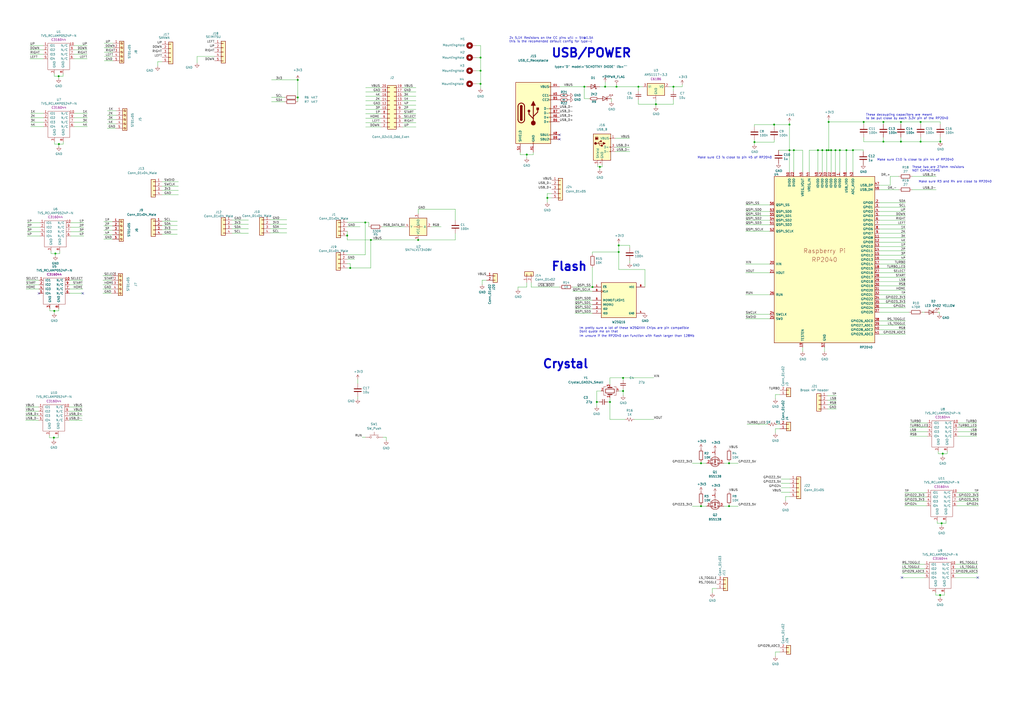
<source format=kicad_sch>
(kicad_sch (version 20230121) (generator eeschema)
  (paper "A2")
  (junction (at 406.654 268.732))
  (junction (at 501.015 70.739))
  (junction (at 545.465 82.169))
  (junction (at 449.072 72.263))
  (junction (at 305.562 89.662))
  (junction (at 343.662 166.497))
  (junction (at 358.902 142.367))
  (junction (at 494.792 87.122))
  (junction (at 278.765 41.021))
  (junction (at 172.72 46.355))
  (junction (at 390.652 50.292))
  (junction (at 422.91 293.624))
  (junction (at 380.492 60.452))
  (junction (at 215.138 139.192))
  (junction (at 211.8914 129.032))
  (junction (at 422.91 268.732))
  (junction (at 545.338 345.186))
  (junction (at 353.822 233.172))
  (junction (at 203.1573 155.448))
  (junction (at 278.765 48.641))
  (junction (at 338.963 50.292))
  (junction (at 31.496 180.34))
  (junction (at 357.632 50.292))
  (junction (at 487.172 87.122))
  (junction (at 480.695 87.122))
  (junction (at 358.902 146.177))
  (junction (at 242.57 139.192))
  (junction (at 351.028 50.292))
  (junction (at 460.502 87.122))
  (junction (at 437.642 82.423))
  (junction (at 457.962 87.122))
  (junction (at 512.445 70.739))
  (junction (at 534.035 82.169))
  (junction (at 546.227 303.53))
  (junction (at 361.442 219.202))
  (junction (at 34.036 44.196))
  (junction (at 534.035 70.739))
  (junction (at 278.765 33.401))
  (junction (at 474.472 87.122))
  (junction (at 512.445 82.169))
  (junction (at 172.72 56.515))
  (junction (at 522.605 70.739))
  (junction (at 346.202 233.172))
  (junction (at 457.962 72.263))
  (junction (at 522.605 82.169))
  (junction (at 317.5 114.808))
  (junction (at 32.131 147.066))
  (junction (at 482.092 87.122))
  (junction (at 201.422 136.652))
  (junction (at 477.012 87.122))
  (junction (at 406.654 293.624))
  (junction (at 546.862 263.144))
  (junction (at 31.242 253.873))
  (junction (at 361.442 226.822))
  (junction (at 490.982 87.122))
  (junction (at 484.632 87.122))
  (junction (at 480.695 70.739))
  (junction (at 370.332 50.292))
  (junction (at 34.163 83.566))
  (junction (at 479.552 87.122))
  (junction (at 347.98 96.774))
  (no_connect (at 324.612 78.232))
  (no_connect (at 48.006 170.18))
  (no_connect (at 324.612 80.772))
  (no_connect (at 523.24 335.026))
  (no_connect (at 567.182 335.026))
  (no_connect (at 22.606 170.18))
  (wire (pts (xy 512.445 70.739) (xy 522.605 70.739)))
  (wire (pts (xy 422.91 293.624) (xy 422.91 292.862)))
  (wire (pts (xy 242.57 123.952) (xy 242.57 121.412)))
  (wire (pts (xy 32.131 147.066) (xy 32.131 148.336)))
  (wire (pts (xy 222.123 253.619) (xy 224.028 253.619)))
  (wire (pts (xy 339.6742 50.2666) (xy 340.2584 50.2666)))
  (wire (pts (xy 555.117 293.37) (xy 567.69 293.37)))
  (wire (pts (xy 437.642 81.153) (xy 437.642 82.423)))
  (wire (pts (xy 480.695 69.469) (xy 480.695 70.739)))
  (wire (pts (xy 510.032 165.862) (xy 525.272 165.862)))
  (wire (pts (xy 487.172 87.122) (xy 487.172 99.822)))
  (wire (pts (xy 512.445 82.169) (xy 522.605 82.169)))
  (wire (pts (xy 501.015 82.169) (xy 512.445 82.169)))
  (wire (pts (xy 224.028 253.619) (xy 224.028 255.524)))
  (wire (pts (xy 166.37 135.128) (xy 156.845 135.128)))
  (wire (pts (xy 484.632 87.122) (xy 487.172 87.122)))
  (wire (pts (xy 338.963 50.292) (xy 324.612 50.292)))
  (wire (pts (xy 555.117 290.83) (xy 567.69 290.83)))
  (wire (pts (xy 458.216 288.036) (xy 455.676 288.036)))
  (wire (pts (xy 457.962 70.993) (xy 457.962 72.263)))
  (wire (pts (xy 41.021 129.286) (xy 48.641 129.286)))
  (wire (pts (xy 279.654 165.1) (xy 279.654 162.56)))
  (wire (pts (xy 43.053 65.786) (xy 50.673 65.786)))
  (wire (pts (xy 166.37 130.048) (xy 156.845 130.048)))
  (wire (pts (xy 478.282 201.422) (xy 478.282 203.962)))
  (wire (pts (xy 320.04 112.268) (xy 317.5 112.268)))
  (wire (pts (xy 40.386 167.64) (xy 48.006 167.64)))
  (wire (pts (xy 165.1 59.055) (xy 157.48 59.055)))
  (wire (pts (xy 305.562 89.662) (xy 309.372 89.662)))
  (wire (pts (xy 40.132 243.713) (xy 47.752 243.713)))
  (wire (pts (xy 370.332 50.292) (xy 370.332 52.832)))
  (wire (pts (xy 401.574 293.624) (xy 406.654 293.624)))
  (wire (pts (xy 510.032 188.722) (xy 525.272 188.722)))
  (wire (pts (xy 510.032 178.562) (xy 525.272 178.562)))
  (wire (pts (xy 446.532 182.372) (xy 432.562 182.372)))
  (wire (pts (xy 453.136 282.956) (xy 458.216 282.956)))
  (wire (pts (xy 437.642 82.423) (xy 449.072 82.423)))
  (wire (pts (xy 446.532 134.112) (xy 432.562 134.112)))
  (wire (pts (xy 309.372 89.662) (xy 309.372 88.392)))
  (wire (pts (xy 449.834 380.746) (xy 449.834 378.206)))
  (wire (pts (xy 455.676 288.036) (xy 455.676 290.576)))
  (wire (pts (xy 446.532 158.242) (xy 432.562 158.242)))
  (wire (pts (xy 215.138 139.192) (xy 242.57 139.192)))
  (wire (pts (xy 353.822 230.632) (xy 353.822 233.172)))
  (wire (pts (xy 349.25 95.504) (xy 349.25 96.774)))
  (wire (pts (xy 279.654 162.56) (xy 282.194 162.56)))
  (wire (pts (xy 144.145 132.715) (xy 134.62 132.715)))
  (wire (pts (xy 144.145 127.635) (xy 134.62 127.635)))
  (wire (pts (xy 201.295 152.908) (xy 203.1573 152.908)))
  (wire (pts (xy 554.228 327.406) (xy 567.182 327.406)))
  (wire (pts (xy 361.442 225.552) (xy 361.442 226.822)))
  (wire (pts (xy 40.132 238.633) (xy 47.752 238.633)))
  (wire (pts (xy 358.902 141.097) (xy 358.902 142.367)))
  (wire (pts (xy 351.028 50.292) (xy 357.632 50.292)))
  (wire (pts (xy 15.113 162.56) (xy 22.606 162.56)))
  (wire (pts (xy 41.021 134.366) (xy 48.641 134.366)))
  (wire (pts (xy 15.748 136.906) (xy 23.241 136.906)))
  (wire (pts (xy 457.962 72.263) (xy 457.962 87.122)))
  (wire (pts (xy 432.562 127.762) (xy 446.532 127.762)))
  (wire (pts (xy 534.035 82.169) (xy 522.605 82.169)))
  (wire (pts (xy 543.687 302.26) (xy 543.687 303.53)))
  (wire (pts (xy 500.761 86.995) (xy 494.792 86.995)))
  (wire (pts (xy 207.518 230.124) (xy 207.518 231.394)))
  (wire (pts (xy 201.295 155.448) (xy 203.1573 155.448)))
  (wire (pts (xy 401.574 268.732) (xy 406.654 268.732)))
  (wire (pts (xy 338.963 50.292) (xy 338.963 57.1754)))
  (wire (pts (xy 469.392 87.122) (xy 474.472 87.122)))
  (wire (pts (xy 422.91 268.732) (xy 428.244 268.732)))
  (wire (pts (xy 36.576 44.196) (xy 36.576 42.926)))
  (wire (pts (xy 523.24 327.406) (xy 536.448 327.406)))
  (wire (pts (xy 449.834 248.666) (xy 452.374 248.666)))
  (wire (pts (xy 34.163 83.566) (xy 34.163 84.836)))
  (wire (pts (xy 361.442 226.822) (xy 361.442 229.362)))
  (wire (pts (xy 449.834 231.394) (xy 449.834 228.854)))
  (wire (pts (xy 65.278 136.144) (xy 60.198 136.144)))
  (wire (pts (xy 305.562 89.662) (xy 305.562 91.567)))
  (wire (pts (xy 446.532 184.912) (xy 432.562 184.912)))
  (wire (pts (xy 201.422 136.652) (xy 201.422 139.192)))
  (wire (pts (xy 544.322 261.874) (xy 544.322 263.144)))
  (wire (pts (xy 43.053 70.866) (xy 50.673 70.866)))
  (wire (pts (xy 390.652 50.292) (xy 395.732 50.292)))
  (wire (pts (xy 278.765 48.641) (xy 278.765 51.181)))
  (wire (pts (xy 480.695 70.739) (xy 501.015 70.739)))
  (wire (pts (xy 510.032 173.482) (xy 525.272 173.482)))
  (wire (pts (xy 31.496 180.34) (xy 34.036 180.34)))
  (wire (pts (xy 67.31 64.262) (xy 62.23 64.262)))
  (wire (pts (xy 370.332 50.292) (xy 372.872 50.292)))
  (wire (pts (xy 527.939 245.364) (xy 537.972 245.364)))
  (wire (pts (xy 17.78 65.786) (xy 25.273 65.786)))
  (wire (pts (xy 354.711 58.9788) (xy 354.711 57.1754)))
  (wire (pts (xy 34.036 44.196) (xy 34.036 45.466)))
  (wire (pts (xy 510.032 109.982) (xy 521.462 109.982)))
  (wire (pts (xy 124.46 32.766) (xy 114.3 32.766)))
  (wire (pts (xy 510.032 130.302) (xy 525.272 130.302)))
  (wire (pts (xy 346.202 233.172) (xy 346.202 235.712)))
  (wire (pts (xy 361.442 219.202) (xy 361.442 220.472)))
  (wire (pts (xy 41.021 136.906) (xy 48.641 136.906)))
  (wire (pts (xy 457.962 87.122) (xy 457.962 99.822)))
  (wire (pts (xy 510.032 127.762) (xy 525.272 127.762)))
  (wire (pts (xy 453.136 277.876) (xy 458.216 277.876)))
  (wire (pts (xy 212.09 58.42) (xy 220.98 58.42)))
  (wire (pts (xy 457.962 87.122) (xy 451.612 87.122)))
  (wire (pts (xy 474.472 87.122) (xy 477.012 87.122)))
  (wire (pts (xy 510.032 145.542) (xy 525.272 145.542)))
  (wire (pts (xy 490.982 87.122) (xy 494.792 87.122)))
  (wire (pts (xy 370.332 60.452) (xy 380.492 60.452)))
  (wire (pts (xy 544.322 263.144) (xy 546.862 263.144)))
  (wire (pts (xy 301.752 88.392) (xy 301.752 89.662)))
  (wire (pts (xy 365.252 151.257) (xy 365.252 152.527)))
  (wire (pts (xy 534.035 79.629) (xy 534.035 82.169)))
  (wire (pts (xy 545.465 79.629) (xy 545.465 82.169)))
  (wire (pts (xy 241.3 66.04) (xy 233.68 66.04)))
  (wire (pts (xy 278.765 41.021) (xy 278.765 48.641)))
  (wire (pts (xy 449.072 72.263) (xy 457.962 72.263)))
  (wire (pts (xy 14.859 243.713) (xy 22.352 243.713)))
  (wire (pts (xy 241.3 53.34) (xy 233.68 53.34)))
  (wire (pts (xy 419.862 293.624) (xy 422.91 293.624)))
  (wire (pts (xy 501.015 70.739) (xy 512.445 70.739)))
  (wire (pts (xy 542.798 345.186) (xy 545.338 345.186)))
  (wire (pts (xy 356.87 80.264) (xy 365.252 80.264)))
  (wire (pts (xy 64.77 170.18) (xy 59.69 170.18)))
  (wire (pts (xy 241.3 63.5) (xy 233.68 63.5)))
  (wire (pts (xy 351.028 47.5996) (xy 351.028 50.292)))
  (wire (pts (xy 480.06 237.236) (xy 485.14 237.236)))
  (wire (pts (xy 555.752 245.364) (xy 566.674 245.364)))
  (wire (pts (xy 479.552 87.122) (xy 480.695 87.122)))
  (wire (pts (xy 544.957 182.118) (xy 544.957 181.102)))
  (wire (pts (xy 241.3 73.66) (xy 233.68 73.66)))
  (wire (pts (xy 40.386 170.18) (xy 48.006 170.18)))
  (wire (pts (xy 449.072 82.423) (xy 449.072 81.153)))
  (wire (pts (xy 432.562 122.682) (xy 446.532 122.682)))
  (wire (pts (xy 361.442 219.202) (xy 379.222 219.202)))
  (wire (pts (xy 353.822 243.332) (xy 362.712 243.332)))
  (wire (pts (xy 510.032 135.382) (xy 525.272 135.382)))
  (wire (pts (xy 14.859 241.173) (xy 22.352 241.173)))
  (wire (pts (xy 437.642 72.263) (xy 449.072 72.263)))
  (wire (pts (xy 477.012 87.122) (xy 479.552 87.122)))
  (wire (pts (xy 406.654 268.732) (xy 406.654 267.97)))
  (wire (pts (xy 555.117 285.75) (xy 567.69 285.75)))
  (wire (pts (xy 484.632 99.822) (xy 484.632 87.122)))
  (wire (pts (xy 374.142 166.497) (xy 374.142 156.337)))
  (wire (pts (xy 241.3 68.58) (xy 233.68 68.58)))
  (wire (pts (xy 28.956 179.07) (xy 28.956 180.34)))
  (wire (pts (xy 210.058 253.619) (xy 211.963 253.619)))
  (wire (pts (xy 42.926 34.036) (xy 50.546 34.036)))
  (wire (pts (xy 242.57 139.192) (xy 264.16 139.192)))
  (wire (pts (xy 65.532 35.306) (xy 60.452 35.306)))
  (wire (pts (xy 308.102 166.497) (xy 324.612 166.497)))
  (wire (pts (xy 201.422 139.192) (xy 215.138 139.192)))
  (wire (pts (xy 201.422 131.572) (xy 208.915 131.572)))
  (wire (pts (xy 510.032 148.082) (xy 525.272 148.082)))
  (wire (pts (xy 480.06 234.696) (xy 485.14 234.696)))
  (wire (pts (xy 510.032 170.942) (xy 525.272 170.942)))
  (wire (pts (xy 42.926 28.956) (xy 50.546 28.956)))
  (wire (pts (xy 487.172 87.122) (xy 490.982 87.122)))
  (wire (pts (xy 305.562 163.957) (xy 305.562 166.497)))
  (wire (pts (xy 522.605 72.009) (xy 522.605 70.739)))
  (wire (pts (xy 546.862 263.144) (xy 549.402 263.144)))
  (wire (pts (xy 308.102 163.957) (xy 308.102 166.497)))
  (wire (pts (xy 529.082 102.362) (xy 543.052 102.362)))
  (wire (pts (xy 524.764 288.29) (xy 537.337 288.29)))
  (wire (pts (xy 34.036 44.196) (xy 36.576 44.196)))
  (wire (pts (xy 67.31 69.342) (xy 62.23 69.342)))
  (wire (pts (xy 34.163 83.566) (xy 36.703 83.566)))
  (wire (pts (xy 64.77 160.02) (xy 59.69 160.02)))
  (wire (pts (xy 510.032 168.402) (xy 525.272 168.402)))
  (wire (pts (xy 14.859 236.093) (xy 22.352 236.093)))
  (wire (pts (xy 450.596 246.126) (xy 452.374 246.126)))
  (wire (pts (xy 419.862 268.732) (xy 422.91 268.732)))
  (wire (pts (xy 522.605 70.739) (xy 534.035 70.739)))
  (wire (pts (xy 546.227 303.53) (xy 546.227 304.8)))
  (wire (pts (xy 40.132 236.093) (xy 47.752 236.093)))
  (wire (pts (xy 65.278 128.524) (xy 60.198 128.524)))
  (wire (pts (xy 15.748 131.826) (xy 23.241 131.826)))
  (wire (pts (xy 17.78 73.406) (xy 25.273 73.406)))
  (wire (pts (xy 300.482 166.497) (xy 300.482 167.767)))
  (wire (pts (xy 413.258 341.376) (xy 415.798 341.376)))
  (wire (pts (xy 28.702 253.873) (xy 31.242 253.873)))
  (wire (pts (xy 545.465 82.169) (xy 534.035 82.169)))
  (wire (pts (xy 554.228 332.486) (xy 567.182 332.486)))
  (wire (pts (xy 339.6742 50.2666) (xy 339.6742 50.292)))
  (wire (pts (xy 203.1573 155.448) (xy 215.138 155.448)))
  (wire (pts (xy 356.87 87.884) (xy 365.379 87.884)))
  (wire (pts (xy 510.032 132.842) (xy 525.272 132.842)))
  (wire (pts (xy 465.582 99.822) (xy 465.582 87.122)))
  (wire (pts (xy 347.853 50.2666) (xy 347.8784 50.2666)))
  (wire (pts (xy 346.71 96.774) (xy 347.98 96.774)))
  (wire (pts (xy 317.5 114.808) (xy 317.5 117.348)))
  (wire (pts (xy 343.662 147.447) (xy 343.662 146.177)))
  (wire (pts (xy 527.812 247.904) (xy 537.972 247.904)))
  (wire (pts (xy 422.91 293.624) (xy 428.244 293.624)))
  (wire (pts (xy 449.072 73.533) (xy 449.072 72.263)))
  (wire (pts (xy 320.04 114.808) (xy 317.5 114.808)))
  (wire (pts (xy 65.278 131.064) (xy 60.198 131.064)))
  (wire (pts (xy 490.982 99.822) (xy 490.982 87.122)))
  (wire (pts (xy 534.035 70.739) (xy 545.465 70.739)))
  (wire (pts (xy 510.032 153.162) (xy 525.272 153.162)))
  (wire (pts (xy 548.767 303.53) (xy 548.767 302.26)))
  (wire (pts (xy 365.252 142.367) (xy 358.902 142.367)))
  (wire (pts (xy 354.711 57.1754) (xy 354.6602 57.1754)))
  (wire (pts (xy 276.225 41.021) (xy 278.765 41.021)))
  (wire (pts (xy 380.492 60.452) (xy 380.492 61.722)))
  (wire (pts (xy 522.605 79.629) (xy 522.605 82.169)))
  (wire (pts (xy 65.278 133.604) (xy 60.198 133.604)))
  (wire (pts (xy 17.399 26.416) (xy 25.146 26.416)))
  (wire (pts (xy 103.505 105.41) (xy 93.98 105.41)))
  (wire (pts (xy 546.862 263.144) (xy 546.862 264.414)))
  (wire (pts (xy 65.532 25.146) (xy 60.452 25.146)))
  (wire (pts (xy 554.228 335.026) (xy 567.182 335.026)))
  (wire (pts (xy 510.032 137.922) (xy 525.272 137.922)))
  (wire (pts (xy 449.834 378.206) (xy 452.374 378.206)))
  (wire (pts (xy 278.765 26.416) (xy 278.765 33.401)))
  (wire (pts (xy 64.77 162.56) (xy 59.69 162.56)))
  (wire (pts (xy 201.422 129.032) (xy 211.8914 129.032)))
  (wire (pts (xy 545.338 345.186) (xy 545.338 346.456)))
  (wire (pts (xy 276.225 26.416) (xy 278.765 26.416)))
  (wire (pts (xy 34.671 147.066) (xy 34.671 145.796)))
  (wire (pts (xy 347.98 96.774) (xy 347.98 98.298)))
  (wire (pts (xy 527.812 252.984) (xy 537.972 252.984)))
  (wire (pts (xy 544.957 181.102) (xy 543.941 181.102)))
  (wire (pts (xy 437.642 82.423) (xy 437.642 83.693)))
  (wire (pts (xy 367.792 243.332) (xy 379.222 243.332)))
  (wire (pts (xy 264.16 139.192) (xy 264.16 135.382)))
  (wire (pts (xy 406.654 293.624) (xy 406.654 292.862)))
  (wire (pts (xy 510.032 163.322) (xy 525.272 163.322)))
  (wire (pts (xy 469.392 99.822) (xy 469.392 87.122)))
  (wire (pts (xy 465.582 87.122) (xy 460.502 87.122)))
  (wire (pts (xy 480.695 70.739) (xy 480.695 87.122)))
  (wire (pts (xy 555.752 247.904) (xy 566.674 247.904)))
  (wire (pts (xy 31.623 83.566) (xy 34.163 83.566)))
  (wire (pts (xy 547.878 345.186) (xy 547.878 343.916)))
  (wire (pts (xy 446.532 118.872) (xy 432.562 118.872)))
  (wire (pts (xy 332.232 169.037) (xy 343.662 169.037)))
  (wire (pts (xy 523.24 335.026) (xy 536.448 335.026)))
  (wire (pts (xy 15.748 129.286) (xy 23.241 129.286)))
  (wire (pts (xy 432.562 130.302) (xy 446.532 130.302)))
  (wire (pts (xy 343.662 181.737) (xy 333.502 181.737)))
  (wire (pts (xy 65.532 32.766) (xy 60.452 32.766)))
  (wire (pts (xy 114.3 32.766) (xy 114.3 36.576)))
  (wire (pts (xy 278.765 33.401) (xy 278.765 41.021)))
  (wire (pts (xy 221.615 131.572) (xy 234.95 131.572)))
  (wire (pts (xy 510.032 120.142) (xy 525.272 120.142)))
  (wire (pts (xy 343.662 174.117) (xy 333.502 174.117)))
  (wire (pts (xy 276.225 48.641) (xy 278.765 48.641)))
  (wire (pts (xy 500.761 95.25) (xy 500.761 95.504)))
  (wire (pts (xy 42.926 26.416) (xy 50.546 26.416)))
  (wire (pts (xy 380.492 60.452) (xy 390.652 60.452)))
  (wire (pts (xy 527.812 250.444) (xy 537.972 250.444)))
  (wire (pts (xy 17.78 70.866) (xy 25.273 70.866)))
  (wire (pts (xy 510.032 125.222) (xy 525.272 125.222)))
  (wire (pts (xy 555.117 288.29) (xy 567.69 288.29)))
  (wire (pts (xy 172.72 46.355) (xy 172.72 56.515)))
  (wire (pts (xy 432.562 153.162) (xy 446.532 153.162)))
  (wire (pts (xy 17.399 34.036) (xy 25.146 34.036)))
  (wire (pts (xy 215.138 155.448) (xy 215.138 139.192)))
  (wire (pts (xy 343.662 155.067) (xy 343.662 166.497)))
  (wire (pts (xy 144.145 130.175) (xy 134.62 130.175)))
  (wire (pts (xy 17.399 31.496) (xy 25.146 31.496)))
  (wire (pts (xy 546.227 303.53) (xy 548.767 303.53)))
  (wire (pts (xy 545.338 345.186) (xy 547.878 345.186)))
  (wire (pts (xy 554.228 329.946) (xy 567.182 329.946)))
  (wire (pts (xy 15.113 167.64) (xy 22.606 167.64)))
  (wire (pts (xy 31.623 82.296) (xy 31.623 83.566)))
  (wire (pts (xy 370.332 57.912) (xy 370.332 60.452)))
  (wire (pts (xy 211.8914 147.828) (xy 211.8914 129.032)))
  (wire (pts (xy 357.632 50.292) (xy 370.332 50.292)))
  (wire (pts (xy 494.792 86.995) (xy 494.792 87.122)))
  (wire (pts (xy 40.386 162.56) (xy 48.006 162.56)))
  (wire (pts (xy 241.3 50.8) (xy 233.68 50.8)))
  (wire (pts (xy 31.496 42.926) (xy 31.496 44.196)))
  (wire (pts (xy 333.502 176.657) (xy 343.662 176.657)))
  (wire (pts (xy 516.382 102.362) (xy 516.382 107.442)))
  (wire (pts (xy 516.382 102.362) (xy 521.462 102.362)))
  (wire (pts (xy 33.782 253.873) (xy 33.782 252.603)))
  (wire (pts (xy 555.752 252.984) (xy 566.674 252.984)))
  (wire (pts (xy 343.662 179.197) (xy 333.502 179.197)))
  (wire (pts (xy 15.113 165.1) (xy 22.606 165.1)))
  (wire (pts (xy 64.77 167.64) (xy 59.69 167.64)))
  (wire (pts (xy 165.1 56.515) (xy 157.48 56.515)))
  (wire (pts (xy 42.926 31.496) (xy 50.546 31.496)))
  (wire (pts (xy 91.44 35.814) (xy 91.44 38.354)))
  (wire (pts (xy 510.032 143.002) (xy 525.272 143.002)))
  (wire (pts (xy 390.652 57.912) (xy 390.652 60.452)))
  (wire (pts (xy 212.09 63.5) (xy 220.98 63.5)))
  (wire (pts (xy 348.742 226.822) (xy 346.202 226.822)))
  (wire (pts (xy 510.032 176.022) (xy 525.272 176.022)))
  (wire (pts (xy 390.652 50.292) (xy 390.652 52.832)))
  (wire (pts (xy 512.445 82.169) (xy 512.445 79.629)))
  (wire (pts (xy 480.06 229.616) (xy 485.14 229.616)))
  (wire (pts (xy 465.582 201.422) (xy 465.582 203.962)))
  (wire (pts (xy 31.242 253.873) (xy 33.782 253.873)))
  (wire (pts (xy 347.853 50.292) (xy 351.028 50.292)))
  (wire (pts (xy 65.532 30.226) (xy 60.452 30.226)))
  (wire (pts (xy 212.09 53.34) (xy 220.98 53.34)))
  (wire (pts (xy 413.258 343.916) (xy 413.258 341.376)))
  (wire (pts (xy 43.053 73.406) (xy 50.673 73.406)))
  (wire (pts (xy 43.053 68.326) (xy 50.673 68.326)))
  (wire (pts (xy 510.032 150.622) (xy 525.272 150.622)))
  (wire (pts (xy 380.492 57.912) (xy 380.492 60.452)))
  (wire (pts (xy 449.834 251.206) (xy 449.834 248.666)))
  (wire (pts (xy 93.98 35.814) (xy 91.44 35.814)))
  (wire (pts (xy 102.87 128.27) (xy 93.98 128.27)))
  (wire (pts (xy 343.662 146.177) (xy 358.902 146.177)))
  (wire (pts (xy 67.31 74.422) (xy 62.23 74.422)))
  (wire (pts (xy 510.032 117.602) (xy 525.272 117.602)))
  (wire (pts (xy 65.278 138.684) (xy 60.198 138.684)))
  (wire (pts (xy 482.092 99.822) (xy 482.092 87.122)))
  (wire (pts (xy 144.145 135.255) (xy 134.62 135.255)))
  (wire (pts (xy 241.3 58.42) (xy 233.68 58.42)))
  (wire (pts (xy 212.09 71.12) (xy 220.98 71.12)))
  (wire (pts (xy 482.092 87.122) (xy 484.632 87.122)))
  (wire (pts (xy 17.78 68.326) (xy 25.273 68.326)))
  (wire (pts (xy 213.995 129.032) (xy 213.995 131.572)))
  (wire (pts (xy 102.87 130.81) (xy 93.98 130.81)))
  (wire (pts (xy 34.036 180.34) (xy 34.036 179.07)))
  (wire (pts (xy 353.822 219.202) (xy 361.442 219.202)))
  (wire (pts (xy 65.532 27.686) (xy 60.452 27.686)))
  (wire (pts (xy 535.051 181.102) (xy 536.321 181.102)))
  (wire (pts (xy 409.702 268.732) (xy 406.654 268.732)))
  (wire (pts (xy 460.502 87.122) (xy 457.962 87.122)))
  (wire (pts (xy 510.032 155.702) (xy 525.272 155.702)))
  (wire (pts (xy 437.642 73.533) (xy 437.642 72.263)))
  (wire (pts (xy 212.09 66.04) (xy 220.98 66.04)))
  (wire (pts (xy 40.132 241.173) (xy 47.752 241.173)))
  (wire (pts (xy 422.91 268.732) (xy 422.91 267.97)))
  (wire (pts (xy 543.687 303.53) (xy 546.227 303.53)))
  (wire (pts (xy 510.032 107.442) (xy 516.382 107.442)))
  (wire (pts (xy 212.09 50.8) (xy 220.98 50.8)))
  (wire (pts (xy 409.702 293.624) (xy 406.654 293.624)))
  (wire (pts (xy 500.761 86.995) (xy 500.761 87.884)))
  (wire (pts (xy 501.015 79.629) (xy 501.015 82.169)))
  (wire (pts (xy 15.748 134.366) (xy 23.241 134.366)))
  (wire (pts (xy 207.518 219.964) (xy 207.518 222.504)))
  (wire (pts (xy 474.472 99.822) (xy 474.472 87.122)))
  (wire (pts (xy 529.082 109.982) (xy 543.052 109.982)))
  (wire (pts (xy 433.324 246.126) (xy 445.516 246.126)))
  (wire (pts (xy 212.09 55.88) (xy 220.98 55.88)))
  (wire (pts (xy 264.16 121.412) (xy 264.16 127.762)))
  (wire (pts (xy 453.136 280.416) (xy 458.216 280.416)))
  (wire (pts (xy 480.06 232.156) (xy 485.14 232.156)))
  (wire (pts (xy 28.956 180.34) (xy 31.496 180.34)))
  (wire (pts (xy 347.853 50.292) (xy 347.853 50.2666)))
  (wire (pts (xy 201.295 150.368) (xy 205.74 150.368)))
  (wire (pts (xy 524.764 290.83) (xy 537.337 290.83)))
  (wire (pts (xy 317.5 112.268) (xy 317.5 114.808)))
  (wire (pts (xy 453.136 285.496) (xy 458.216 285.496)))
  (wire (pts (xy 353.822 233.172) (xy 353.822 243.332)))
  (wire (pts (xy 449.834 228.854) (xy 452.374 228.854)))
  (wire (pts (xy 542.798 343.916) (xy 542.798 345.186)))
  (wire (pts (xy 332.232 166.497) (xy 343.662 166.497)))
  (wire (pts (xy 510.032 181.102) (xy 527.431 181.102)))
  (wire (pts (xy 172.72 56.515) (xy 172.72 59.055)))
  (wire (pts (xy 346.202 226.822) (xy 346.202 233.172)))
  (wire (pts (xy 17.399 28.956) (xy 25.146 28.956)))
  (wire (pts (xy 358.902 156.337) (xy 374.142 156.337)))
  (wire (pts (xy 93.98 113.03) (xy 103.505 113.03)))
  (wire (pts (xy 241.3 71.12) (xy 233.68 71.12)))
  (wire (pts (xy 201.295 147.828) (xy 211.8914 147.828)))
  (wire (pts (xy 432.562 125.222) (xy 446.532 125.222)))
  (wire (pts (xy 36.703 83.566) (xy 36.703 82.296)))
  (wire (pts (xy 102.87 133.35) (xy 93.98 133.35)))
  (wire (pts (xy 534.035 72.009) (xy 534.035 70.739)))
  (wire (pts (xy 395.732 49.022) (xy 395.732 50.292)))
  (wire (pts (xy 31.496 44.196) (xy 34.036 44.196)))
  (wire (pts (xy 31.242 253.873) (xy 31.242 255.143)))
  (wire (pts (xy 545.465 72.009) (xy 545.465 70.739)))
  (wire (pts (xy 523.24 329.946) (xy 536.448 329.946)))
  (wire (pts (xy 203.1573 152.908) (xy 203.1573 155.448)))
  (wire (pts (xy 29.591 147.066) (xy 32.131 147.066)))
  (wire (pts (xy 301.752 89.662) (xy 305.562 89.662)))
  (wire (pts (xy 212.09 68.58) (xy 220.98 68.58)))
  (wire (pts (xy 510.032 158.242) (xy 525.272 158.242)))
  (wire (pts (xy 524.764 285.75) (xy 537.337 285.75)))
  (wire (pts (xy 300.482 166.497) (xy 305.562 166.497)))
  (wire (pts (xy 512.445 72.009) (xy 512.445 70.739)))
  (wire (pts (xy 510.032 140.462) (xy 525.272 140.462)))
  (wire (pts (xy 67.31 71.882) (xy 62.23 71.882)))
  (wire (pts (xy 276.225 33.401) (xy 278.765 33.401)))
  (wire (pts (xy 357.632 49.022) (xy 357.632 50.292)))
  (wire (pts (xy 347.98 96.774) (xy 349.25 96.774)))
  (wire (pts (xy 211.8914 129.032) (xy 213.995 129.032)))
  (wire (pts (xy 40.386 165.1) (xy 48.006 165.1)))
  (wire (pts (xy 241.3 60.96) (xy 233.68 60.96)))
  (wire (pts (xy 166.37 132.588) (xy 156.845 132.588)))
  (wire (pts (xy 501.015 72.009) (xy 501.015 70.739)))
  (wire (pts (xy 166.37 127.508) (xy 156.845 127.508)))
  (wire (pts (xy 201.422 134.112) (xy 201.422 136.652)))
  (wire (pts (xy 14.859 238.633) (xy 22.352 238.633)))
  (wire (pts (xy 339.6742 50.292) (xy 338.963 50.292)))
  (wire (pts (xy 549.402 261.874) (xy 549.402 263.144)))
  (wire (pts (xy 510.032 191.262) (xy 525.272 191.262)))
  (wire (pts (xy 41.021 131.826) (xy 48.641 131.826)))
  (wire (pts (xy 510.032 193.802) (xy 525.272 193.802)))
  (wire (pts (xy 480.695 87.122) (xy 482.092 87.122)))
  (wire (pts (xy 250.19 131.572) (xy 255.905 131.572)))
  (wire (pts (xy 479.552 99.822) (xy 479.552 87.122)))
  (wire (pts (xy 241.3 55.88) (xy 233.68 55.88)))
  (wire (pts (xy 358.902 226.822) (xy 361.442 226.822)))
  (wire (pts (xy 242.57 121.412) (xy 264.16 121.412)))
  (wire (pts (xy 356.87 85.344) (xy 365.252 85.344)))
  (wire (pts (xy 460.502 99.822) (xy 460.502 87.122)))
  (wire (pts (xy 346.71 95.504) (xy 346.71 96.774)))
  (wire (pts (xy 212.09 73.66) (xy 220.98 73.66)))
  (wire (pts (xy 477.012 99.822) (xy 477.012 87.122)))
  (wire (pts (xy 64.77 165.1) (xy 59.69 165.1)))
  (wire (pts (xy 212.09 60.96) (xy 220.98 60.96)))
  (wire (pts (xy 31.496 180.34) (xy 31.496 181.61)))
  (wire (pts (xy 446.532 170.942) (xy 432.562 170.942)))
  (wire (pts (xy 353.822 219.202) (xy 353.822 223.012)))
  (wire (pts (xy 555.752 250.444) (xy 566.674 250.444)))
  (wire (pts (xy 32.131 147.066) (xy 34.671 147.066)))
  (wire (pts (xy 358.902 142.367) (xy 358.902 146.177)))
  (wire (pts (xy 365.252 143.637) (xy 365.252 142.367)))
  (wire (pts (xy 510.032 122.682) (xy 525.272 122.682)))
  (wire (pts (xy 28.702 252.603) (xy 28.702 253.873)))
  (wire (pts (xy 510.032 186.182) (xy 525.272 186.182)))
  (wire (pts (xy 523.24 332.486) (xy 536.448 332.486)))
  (wire (pts (xy 388.112 50.292) (xy 390.652 50.292)))
  (wire (pts (xy 67.31 66.802) (xy 62.23 66.802)))
  (wire (pts (xy 103.505 110.49) (xy 93.98 110.49)))
  (wire (pts (xy 494.792 87.122) (xy 494.792 99.822)))
  (wire (pts (xy 103.505 107.95) (xy 93.98 107.95)))
  (wire (pts (xy 352.552 233.172) (xy 353.822 233.172)))
  (wire (pts (xy 358.902 146.177) (xy 358.902 156.337)))
  (wire (pts (xy 524.764 293.37) (xy 537.337 293.37)))
  (wire (pts (xy 510.032 160.782) (xy 525.272 160.782)))
  (wire (pts (xy 157.48 46.355) (xy 172.72 46.355)))
  (wire (pts (xy 102.87 135.89) (xy 93.98 135.89)))
  (wire (pts (xy 347.472 233.172) (xy 346.202 233.172)))
  (wire (pts (xy 29.591 145.796) (xy 29.591 147.066)))
  (wire (pts (xy 341.9602 57.1754) (xy 338.963 57.1754)))
  (text "Im pretty sure a lot of these W25QXXX Chips are pin compatible\nDont quote me on that" (at 336.042 193.167 0) (effects (font (size 1.27 1.27)) (justify left bottom)))
  (text "Make sure C3 is close to pin 45 of RP2040" (at 447.802 92.202 0) (effects (font (size 1.27 1.27)) (justify right bottom)))
  (text "Make sure R3 and R4 are close to RP2040" (at 532.892 106.172 0) (effects (font (size 1.27 1.27)) (justify left bottom)))
  (text "These decoupling capacitors are meant\nto be put close by each 3.3V pin of the RP2040" (at 502.285 69.469 0) (effects (font (size 1.27 1.27)) (justify left bottom)))
  (text "These two are 27ohm resistors \nNOT CAPACITORS" (at 529.082 99.822 0) (effects (font (size 1.27 1.27)) (justify left bottom)))
  (text "Make sure C10 is close to pin 44 of RP2040" (at 508.762 93.472 0) (effects (font (size 1.27 1.27)) (justify left bottom)))
  (text "Flash" (at 319.532 157.607 0) (effects (font (size 5.0038 5.0038) (thickness 1.0008) bold) (justify left bottom)))
  (text "V1.0\nInitial version\nMessed up USB B pinout\n\nV1.1\nChanged pinout from Pico Fighting Board to gp2040-ce\nRemoved player leds\nAdded turbo button\nAdded spinner inputs\n\nV1.2\nSwapped Left and Right" (at 615.442 234.188 0) (effects (font (size 12 12)) (justify left bottom)))
  (text "2x 5.1K Resistors on the CC pins will = 5V@1.5A\nthis is the recomended default config for type-c" (at 295.402 24.892 0) (effects (font (size 1.27 1.27)) (justify left bottom)))
  (text "Im unsure if the RP2040 can function with flash larger than 128Mb" (at 336.042 195.707 0) (effects (font (size 1.27 1.27)) (justify left bottom)))
  (text "USB/POWER" (at 319.532 33.782 0) (effects (font (size 5.0038 5.0038) (thickness 1.0008) bold) (justify left bottom)))
  (text "Crystal" (at 314.452 214.122 0) (effects (font (size 5.0038 5.0038) (thickness 1.0008) bold) (justify left bottom)))
  (label "GPIO23_3V3" (at 524.764 290.83 0))
  (label "LEFT" (at 124.46 25.146 180))
  (label "2P" (at 234.315 63.5 0))
  (label "USB_D+" (at 320.04 109.728 180))
  (label "XOUT" (at 432.562 158.242 0))
  (label "2K" (at 50.673 68.326 180))
  (label "USB_D-" (at 320.04 107.188 180))
  (label "2K" (at 62.865 66.802 0))
  (label "QSPI_SD3" (at 333.502 181.737 0))
  (label "VBUS" (at 14.859 236.093 0))
  (label "GND" (at 95.25 135.89 0))
  (label "HOME" (at 60.452 165.1 0))
  (label "RSB" (at 485.14 234.696 180))
  (label "USB_D+" (at 14.859 241.173 0))
  (label "HOME" (at 525.272 168.402 180))
  (label "GND" (at 216.535 60.96 0))
  (label "GPIO29_ADC3" (at 523.24 332.486 0))
  (label "~{USB_BOOT}" (at 311.912 166.497 0))
  (label "GND" (at 205.74 150.368 180))
  (label "GPIO22_3V3" (at 524.764 288.29 0))
  (label "4P" (at 234.315 60.96 0))
  (label "VBUS" (at 47.752 236.093 180))
  (label "USB_D+" (at 324.612 68.072 0))
  (label "3P" (at 525.272 148.082 180))
  (label "DOWN" (at 61.087 27.686 0))
  (label "START" (at 60.452 162.56 0))
  (label "TURBO" (at 452.374 226.314 180))
  (label "USB_D-" (at 14.859 243.713 0))
  (label "RIGHT" (at 61.214 30.226 0))
  (label "USB_D+" (at 365.252 85.344 180))
  (label "3K" (at 62.865 69.342 0))
  (label "1K" (at 525.272 132.842 180))
  (label "4P" (at 15.748 136.906 0))
  (label "GPIO29_ADC3" (at 567.182 332.486 180))
  (label "GPIO23_3V3" (at 525.272 176.022 180))
  (label "DR_-" (at 520.192 109.982 180))
  (label "QSPI_SS" (at 432.562 118.872 0))
  (label "GND" (at 60.452 170.18 0))
  (label "UP" (at 124.46 27.686 180))
  (label "SELECT" (at 234.315 68.58 0))
  (label "GND" (at 234.315 53.34 0))
  (label "SDA" (at 135.89 132.715 0))
  (label "RIGHT" (at 17.526 31.496 0))
  (label "3K" (at 234.315 55.88 0))
  (label "LEFT" (at 525.272 130.302 180))
  (label "SCL" (at 158.115 135.128 0))
  (label "4K" (at 50.673 73.406 180))
  (label "RGB" (at 250.825 131.572 0))
  (label "SCL" (at 95.25 128.27 0))
  (label "VBUS" (at 221.488 139.192 180))
  (label "SDA" (at 95.25 130.81 0))
  (label "SDA" (at 158.115 132.588 0))
  (label "UP" (at 234.315 73.66 0))
  (label "LSB" (at 566.674 250.444 180))
  (label "1P" (at 60.833 128.524 0))
  (label "LSB" (at 525.272 163.322 180))
  (label "DOWN" (at 17.399 28.956 0))
  (label "4K" (at 217.805 55.88 0))
  (label "GPIO22_3V3" (at 567.69 288.29 180))
  (label "GND" (at 158.115 127.508 0))
  (label "GND" (at 242.57 121.412 0))
  (label "TP" (at 525.272 170.942 180))
  (label "USB_D-" (at 47.752 243.713 180))
  (label "RIGHT" (at 93.98 30.734 180))
  (label "VBUS" (at 453.136 285.496 180))
  (label "4K" (at 525.272 140.462 180))
  (label "SWDIO" (at 95.25 105.41 0))
  (label "DOWN" (at 93.98 28.194 180))
  (label "QSPI_SD1" (at 432.562 125.222 0))
  (label "VBUS" (at 422.91 260.35 0))
  (label "GND" (at 62.865 74.422 0))
  (label "UP" (at 61.1642 25.146 0))
  (label "LEFT" (at 50.546 34.036 180))
  (label "USB_D-" (at 365.379 87.884 180))
  (label "1P" (at 525.272 143.002 180))
  (label "RIGHT" (at 124.46 30.226 180))
  (label "START" (at 525.272 160.782 180))
  (label "TURBO" (at 566.674 245.364 180))
  (label "SDA" (at 160.02 59.055 0))
  (label "VBUS" (at 320.04 104.648 180))
  (label "START" (at 48.006 165.1 180))
  (label "RSB" (at 527.812 252.984 0))
  (label "4K" (at 62.865 71.882 0))
  (label "GPIO22_3V3" (at 525.272 173.482 180))
  (label "LSB" (at 527.812 250.444 0))
  (label "SDA" (at 525.272 117.602 180))
  (label "USB_D-" (at 543.052 109.982 180))
  (label "QSPI_SD2" (at 333.502 179.197 0))
  (label "2P" (at 525.272 145.542 180))
  (label "DOWN" (at 124.46 35.306 180))
  (label "SCL" (at 525.272 120.142 180))
  (label "QSPI_SD2" (at 432.562 127.762 0))
  (label "3P" (at 217.805 63.5 0))
  (label "SELECT" (at 15.113 162.56 0))
  (label "START" (at 15.113 165.1 0))
  (label "QSPI_SCLK" (at 332.232 169.037 0))
  (label "1K" (at 234.315 58.42 0))
  (label "DOWN" (at 214.63 73.66 0))
  (label "GND" (at 60.833 138.684 0))
  (label "VBUS" (at 47.752 238.633 180))
  (label "RSB" (at 566.674 252.984 180))
  (label "UP" (at 17.399 26.416 0))
  (label "3V3" (at 135.89 130.175 0))
  (label "USB_D+" (at 543.052 102.362 180))
  (label "RS_TOGGLE" (at 415.798 338.836 180))
  (label "2K" (at 217.805 58.42 0))
  (label "LS_TOGGLE" (at 525.272 188.722 180))
  (label "1K" (at 17.78 65.786 0))
  (label "VBUS" (at 234.442 50.8 0))
  (label "LEFT" (at 17.399 34.036 0))
  (label "TURBO" (at 527.939 245.364 0))
  (label "GND" (at 485.14 237.236 180))
  (label "4P" (at 48.641 136.906 180))
  (label "4P" (at 525.272 150.622 180))
  (label "RIGHT" (at 234.315 71.12 0))
  (label "GPIO24" (at 567.69 293.37 180))
  (label "VBUS" (at 422.91 285.242 0))
  (label "VBUS" (at 220.472 50.8 180))
  (label "RIGHT" (at 50.546 31.496 180))
  (label "SWCLK" (at 95.25 107.95 0))
  (label "3K" (at 525.272 137.922 180))
  (label "TURBO_LED" (at 527.812 247.904 0))
  (label "LS_TOGGLE" (at 415.798 336.296 180))
  (label "SELECT" (at 60.452 160.02 0))
  (label "1P" (at 217.805 66.04 0))
  (label "1P" (at 15.748 129.286 0))
  (label "GPIO24" (at 453.136 282.956 180))
  (label "LEFT" (at 215.9 71.12 0))
  (label "QSPI_SD0" (at 333.502 174.117 0))
  (label "DOWN" (at 50.546 28.956 180))
  (label "VBUS" (at 282.194 160.02 180))
  (label "LEFT" (at 61.214 32.766 0))
  (label "TURBO_LED" (at 566.674 247.904 180))
  (label "2P" (at 15.748 131.826 0))
  (label "3V3" (at 95.25 133.35 0))
  (label "GPIO24" (at 525.272 178.562 180))
  (label "2K" (at 525.272 135.382 180))
  (label "XIN" (at 379.222 219.202 0))
  (label "GPIO22_5V" (at 428.244 268.732 0))
  (label "GPIO23_5V" (at 428.244 293.624 0))
  (label "SCL" (at 135.89 135.255 0))
  (label "2P" (at 48.641 131.826 180))
  (label "TP" (at 567.69 285.75 180))
  (label "SWDIO" (at 432.562 184.912 0))
  (label "3P" (at 15.748 134.366 0))
  (label "3P" (at 48.641 134.366 180))
  (label "2P" (at 60.833 131.064 0))
  (label "RS_TOGGLE" (at 523.24 327.406 0))
  (label "HOME" (at 214.63 68.58 0))
  (label "RIGHT" (at 525.272 127.762 180))
  (label "3V3" (at 160.02 46.355 0))
  (label "3V3" (at 158.115 130.048 0))
  (label "1K" (at 50.673 65.786 180))
  (label "USB_D-" (at 324.612 65.532 0))
  (label "VBUS" (at 365.252 80.264 180))
  (label "USB_D+" (at 47.752 241.173 180))
  (label "RS_TOGGLE" (at 567.182 327.406 180))
  (label "DR_+" (at 516.382 102.362 180))
  (label "GND" (at 61.214 35.306 0))
  (label "DOWN" (at 525.272 125.222 180))
  (label "4K" (at 17.78 73.406 0))
  (label "GPIO23_5V" (at 453.136 280.416 180))
  (label "TURBO_LED" (at 525.272 155.702 180))
  (label "RGB_DATA_5V" (at 222.25 131.572 0))
  (label "USB_D-" (at 324.612 62.992 0))
  (label "3V3" (at 95.25 110.49 0))
  (label "GND" (at 216.535 53.34 0))
  (label "START" (at 234.315 66.04 0))
  (label "QSPI_SD0" (at 432.562 122.682 0))
  (label "QSPI_SCLK" (at 432.562 134.112 0))
  (label "QSPI_SD1" (at 333.502 176.657 0))
  (label "GPIO29_ADC3" (at 452.374 375.666 180))
  (label "VBUS" (at 14.859 238.633 0))
  (label "3K" (at 50.673 70.866 180))
  (label "LSB" (at 485.14 232.156 180))
  (label "VBUS" (at 327.152 50.292 0))
  (label "HOME" (at 15.113 167.64 0))
  (label "SELECT" (at 48.006 162.56 180))
  (label "4P" (at 60.833 136.144 0))
  (label "GPIO29_ADC3" (at 525.272 193.802 180))
  (label "GND" (at 135.89 127.635 0))
  (label "RS_TOGGLE" (at 525.272 186.182 180))
  (label "QSPI_SD3" (at 432.562 130.302 0))
  (label "UP" (at 525.272 122.682 180))
  (label "QSPI_SS" (at 334.772 166.497 0))
  (label "SELECT" (at 525.272 158.242 180))
  (label "XOUT" (at 379.222 243.332 0))
  (label "TURBO_LED" (at 433.324 246.126 0))
  (label "GND" (at 201.93 131.572 0))
  (label "UP" (at 50.546 26.416 180))
  (label "1K" (at 62.992 64.262 0))
  (label "GPIO23_3V3" (at 401.574 293.624 180))
  (label "3P" (at 60.833 133.604 0))
  (label "GPIO24" (at 524.764 293.37 0))
  (label "SWCLK" (at 432.562 182.372 0))
  (label "GPIO22_3V3" (at 401.574 268.732 180))
  (label "SCL" (at 160.02 56.515 0))
  (label "1P" (at 48.641 129.286 180))
  (label "RUN" (at 432.562 170.942 0))
  (label "RUN" (at 210.058 253.619 180))
  (label "UP" (at 93.98 25.654 180))
  (label "RSB" (at 525.272 165.862 180))
  (label "USB_D+" (at 324.612 70.612 0))
  (label "GND" (at 60.452 167.64 0))
  (label "GPIO23_3V3" (at 567.69 290.83 180))
  (label "TP" (at 485.14 229.616 180))
  (label "LEFT" (at 93.98 33.274 180))
  (label "HOME" (at 48.006 167.64 180))
  (label "TURBO" (at 525.272 153.162 180))
  (label "RGB" (at 525.272 191.262 180))
  (label "GPIO22_5V" (at 453.136 277.876 180))
  (label "LS_TOGGLE" (at 523.24 329.946 0))
  (label "LS_TOGGLE" (at 567.182 329.946 180))
  (label "3K" (at 17.78 70.866 0))
  (label "GND" (at 95.25 113.03 0))
  (label "XIN" (at 432.562 153.162 0))
  (label "2K" (at 17.78 68.326 0))
  (label "TP" (at 524.764 285.75 0))
  (symbol (lib_id "Connector_Generic:Conn_02x10_Odd_Even") (at 228.6 63.5 180) (unit 1)
    (property "Reference" "J2" (at 228.6 45.085 0) (effects (justify left)))
    (property "Value" "Conn_02x10_Odd_Even" (at 237.49 79.375 0) (effects (justify left)))
    (property "Footprint" "Connector_PinHeader_2.54mm:PinHeader_2x10_P2.54mm_Vertical" (effects hide))
    (property "LCSC Part" "C492427" (effects hide))
  )
  (symbol (lib_id "Logic_LevelTranslator:SN74LV1T34DBV") (at 242.57 131.572 180) (unit 1)
    (property "Reference" "U2" (at 241.3 143.002 0) (effects (justify right)))
    (property "Value" "SN74LV1T34DBV" (at 234.95 144.907 0) (effects (justify right)))
    (property "Footprint" "Package_TO_SOT_SMD:SOT-23-5" (effects hide))
    (property "Datasheet" "https://www.ti.com/lit/ds/symlink/sn74lv1t34.pdf" (effects hide))
    (property "LCSC Part" "C100024" (effects hide))
  )
  (symbol (lib_id "Connector:Screw_Terminal_01x05") (at 72.39 69.342 0) (unit 1)
    (property "Reference" "J5" (at 81.28 68.072 90) (effects (justify right)))
    (property "Value" "ST01x05" (at 76.835 65.532 90) (effects (justify right)))
    (property "Footprint" "TerminalBlock_MetzConnect:TerminalBlock_MetzConnect_Type059_RT06305HBWC_1x05_P3.50mm_Horizontal" (effects hide))
    (property "LCSC Part" "C3646874" (effects hide))
  )
  (symbol (lib_id "Connector:Screw_Terminal_01x05") (at 70.358 133.604 0) (unit 1)
    (property "Reference" "J6" (at 79.248 132.334 90) (effects (justify right)))
    (property "Value" "ST01x05" (at 74.803 129.159 90) (effects (justify right)))
    (property "Footprint" "TerminalBlock_MetzConnect:TerminalBlock_MetzConnect_Type059_RT06305HBWC_1x05_P3.50mm_Horizontal" (effects hide))
    (property "LCSC Part" "C3646874" (effects hide))
  )
  (symbol (lib_id "Connector:Screw_Terminal_01x05") (at 69.85 165.1 0) (unit 1)
    (property "Reference" "J7" (at 78.74 163.83 90) (effects (justify right)))
    (property "Value" "ST01x05" (at 74.295 160.655 90) (effects (justify right)))
    (property "Footprint" "TerminalBlock_MetzConnect:TerminalBlock_MetzConnect_Type059_RT06305HBWC_1x05_P3.50mm_Horizontal" (effects hide))
    (property "LCSC Part" "C3646874" (effects hide))
  )
  (symbol (lib_id "Connector:Screw_Terminal_01x05") (at 70.612 30.226 0) (unit 1)
    (property "Reference" "J8" (at 78.867 28.956 90) (effects (justify right)))
    (property "Value" "ST01x05" (at 75.057 25.781 90) (effects (justify right)))
    (property "Footprint" "TerminalBlock_MetzConnect:TerminalBlock_MetzConnect_Type059_RT06305HBWC_1x05_P3.50mm_Horizontal" (effects hide))
    (property "LCSC Part" "C3646874" (effects hide))
  )
  (symbol (lib_id "Connector_Generic:Conn_01x04") (at 88.9 130.81 0) (mirror y) (unit 1)
    (property "Reference" "J9" (at 80.645 121.92 0) (effects (justify right)))
    (property "Value" "Conn_01x04_Male" (at 73.66 124.46 0) (effects (justify right)))
    (property "Footprint" "FeralAI:BOOM_SH_C145961_1x04_P1.00mm_Vertical" (effects hide))
    (property "LCSC Part" "C145961" (effects hide))
  )
  (symbol (lib_id "Device:R") (at 217.805 131.572 270) (unit 1)
    (property "Reference" "R5" (at 216.535 136.017 90) (effects (justify left)))
    (property "Value" "330R" (at 215.9 134.112 90) (effects (justify left)))
    (property "Footprint" "Resistor_SMD:R_0402_1005Metric" (effects hide))
    (property "LCSC Part" "C25104" (effects hide))
  )
  (symbol (lib_id "Device:C") (at 264.16 131.572 0) (unit 1)
    (property "Reference" "C1" (at 267.081 130.4036 0) (effects (justify left)))
    (property "Value" "100n" (at 267.081 132.715 0) (effects (justify left)))
    (property "Footprint" "Capacitor_SMD:C_0402_1005Metric" (effects hide))
    (property "LCSC Part" "C1525" (effects hide))
  )
  (symbol (lib_id "Device:R") (at 168.91 59.055 270) (unit 1)
    (property "Reference" "R7" (at 176.53 59.055 90) (effects (justify left)))
    (property "Value" "4K7" (at 180.34 59.055 90) (effects (justify left)))
    (property "Footprint" "Resistor_SMD:R_0402_1005Metric" (effects hide))
    (property "LCSC Part" "C25900" (effects hide))
  )
  (symbol (lib_id "Device:R") (at 168.91 56.515 270) (unit 1)
    (property "Reference" "R6" (at 176.53 56.515 90) (effects (justify left)))
    (property "Value" "4K7" (at 180.34 56.515 90) (effects (justify left)))
    (property "Footprint" "Resistor_SMD:R_0402_1005Metric" (effects hide))
    (property "LCSC Part" "C25900" (effects hide))
  )
  (symbol (lib_id "Connector_Generic:Conn_01x04") (at 88.9 107.95 0) (mirror y) (unit 1)
    (property "Reference" "J13" (at 81.915 97.79 0))
    (property "Value" "Conn_01x04_Male" (at 82.55 100.33 0))
    (property "Footprint" "FeralAI:BOOM_SH_C145961_1x04_P1.00mm_Vertical" (effects hide))
    (property "LCSC Part" "C145961" (effects hide))
  )
  (symbol (lib_id "Mechanical:MountingHole_Pad") (at 273.685 26.416 90) (unit 1) (in_bom no)
    (property "Reference" "H1" (at 269.748 22.606 90) (effects (justify left)))
    (property "Value" "MountingHole" (at 269.748 26.162 90) (effects (justify left)))
    (property "Footprint" "MountingHole:MountingHole_3.5mm_Pad" (effects hide))
  )
  (symbol (lib_id "Mechanical:MountingHole_Pad") (at 273.685 33.401 90) (unit 1) (in_bom no)
    (property "Reference" "H2" (at 269.621 30.353 90) (effects (justify left)))
    (property "Value" "MountingHole" (at 269.494 33.401 90) (effects (justify left)))
    (property "Footprint" "MountingHole:MountingHole_3.5mm_Pad" (effects hide))
  )
  (symbol (lib_id "Mechanical:MountingHole_Pad") (at 273.685 41.021 90) (unit 1) (in_bom no)
    (property "Reference" "H3" (at 269.494 38.1 90) (effects (justify left)))
    (property "Value" "MountingHole" (at 269.367 41.021 90) (effects (justify left)))
    (property "Footprint" "MountingHole:MountingHole_3.5mm_Pad" (effects hide))
  )
  (symbol (lib_id "Mechanical:MountingHole_Pad") (at 273.685 48.641 90) (unit 1) (in_bom no)
    (property "Reference" "H4" (at 269.24 45.974 90) (effects (justify left)))
    (property "Value" "MountingHole" (at 269.113 48.641 90) (effects (justify left)))
    (property "Footprint" "MountingHole:MountingHole_3.5mm_Pad" (effects hide))
  )
  (symbol (lib_id "Connector_Generic:Conn_01x04") (at 129.54 130.175 0) (mirror y) (unit 1)
    (property "Reference" "J12" (at 126.7968 123.0376 0))
    (property "Value" "Conn_01x04_Male" (at 126.7968 125.349 0))
    (property "Footprint" "Connector_JST:JST_PH_B4B-PH-K_1x04_P2.00mm_Vertical" (effects hide))
    (property "LCSC Part" "C131334" (effects hide))
  )
  (symbol (lib_id "Connector_Generic:Conn_01x04") (at 196.342 131.572 0) (mirror y) (unit 1)
    (property "Reference" "J1" (at 193.5988 124.4346 0))
    (property "Value" "Conn_01x04_Male" (at 193.5988 126.746 0))
    (property "Footprint" "Connector_JST:JST_PH_B4B-PH-K_1x04_P2.00mm_Vertical" (effects hide))
    (property "LCSC Part" "C131334" (effects hide))
  )
  (symbol (lib_id "Connector_Generic:Conn_01x04") (at 196.215 150.368 0) (mirror y) (unit 1)
    (property "Reference" "J19" (at 193.4718 143.2306 0))
    (property "Value" "Conn_01x04_Male" (at 193.4718 145.542 0))
    (property "Footprint" "Connector_PinHeader_2.54mm:PinHeader_1x04_P2.54mm_Vertical" (effects hide))
    (property "LCSC Part" "C2935910" (effects hide))
  )
  (symbol (lib_id "Connector_Generic:Conn_01x02") (at 457.454 378.206 0) (mirror x) (unit 1)
    (property "Reference" "J26" (at 456.5396 373.4308 90) (effects (justify right)))
    (property "Value" "Conn_01x02" (at 454.2282 373.4308 90) (effects (justify right)))
    (property "Footprint" "Connector_JST:JST_PH_B2B-PH-K_1x02_P2.00mm_Vertical" (effects hide))
    (property "LCSC Part" "C722767" (effects hide))
  )
  (symbol (lib_id "Device:R") (at 343.662 151.257 0) (unit 1)
    (property "Reference" "R15" (at 345.44 150.0886 0) (effects (justify left)))
    (property "Value" "10K" (at 345.44 152.4 0) (effects (justify left)))
    (property "Footprint" "Resistor_SMD:R_0402_1005Metric" (effects hide))
    (property "LCSC Part" "C25744" (effects hide))
  )
  (symbol (lib_id "power:GND") (at 279.654 165.1 0) (unit 1)
    (property "Reference" "#PWR0141" (effects hide))
    (property "Value" "GND" (at 279.781 169.4942 0))
  )
  (symbol (lib_id "power:GND") (at 546.227 304.8 0) (unit 1)
    (property "Reference" "#PWR0138" (effects hide))
    (property "Value" "GND" (at 546.227 309.2434 0))
  )
  (symbol (lib_id "Connector_Generic:Conn_01x05") (at 463.296 282.956 0) (unit 1)
    (property "Reference" "J22" (at 466.344 281.6859 0) (effects (justify left)))
    (property "Value" "Conn_01x05" (at 466.344 284.2259 0) (effects (justify left)))
    (property "Footprint" "Connector_PinHeader_2.54mm:PinHeader_1x05_P2.54mm_Vertical" (effects hide))
    (property "LCSC Part" "C124379" (effects hide))
  )
  (symbol (lib_id "Transistor_FET:BSS138") (at 414.782 291.084 270) (unit 1)
    (property "Reference" "Q2" (at 414.782 298.704 90))
    (property "Value" "BSS138" (at 414.782 301.244 90))
    (property "Footprint" "Package_TO_SOT_SMD:SOT-23" (effects hide))
    (property "Datasheet" "https://www.onsemi.com/pub/Collateral/BSS138-D.PDF" (effects hide))
    (property "LCSC Part" "C8545" (effects hide))
  )
  (symbol (lib_id "power:+3V3") (at 358.902 141.097 0) (unit 1)
    (property "Reference" "#PWR0124" (effects hide))
    (property "Value" "+3V3" (at 359.283 136.7028 0))
  )
  (symbol (lib_id "power:GND") (at 413.258 343.916 0) (unit 1)
    (property "Reference" "#PWR0147" (effects hide))
    (property "Value" "GND" (at 413.258 348.3594 0))
  )
  (symbol (lib_id "Device:C") (at 207.518 226.314 0) (unit 1)
    (property "Reference" "C17" (at 210.439 225.1456 0) (effects (justify left)))
    (property "Value" "10u" (at 210.439 227.457 0) (effects (justify left)))
    (property "Footprint" "Capacitor_SMD:C_0402_1005Metric" (effects hide))
    (property "LCSC Part" "C15525" (effects hide))
  )
  (symbol (lib_id "Device:C_Small") (at 370.332 55.372 0) (mirror y) (unit 1)
    (property "Reference" "C6" (at 365.252 54.102 0))
    (property "Value" "10u" (at 365.252 56.642 0))
    (property "Footprint" "Capacitor_SMD:C_0402_1005Metric" (effects hide))
    (property "LCSC Part" "C15525" (effects hide))
  )
  (symbol (lib_id "Device:C_Small") (at 390.652 55.372 0) (unit 1)
    (property "Reference" "C7" (at 395.732 54.102 0))
    (property "Value" "10u" (at 395.732 56.642 0))
    (property "Footprint" "Capacitor_SMD:C_0402_1005Metric" (effects hide))
    (property "LCSC Part" "C15525" (effects hide))
  )
  (symbol (lib_id "power:PWR_FLAG") (at 357.632 49.022 0) (mirror y) (unit 1)
    (property "Reference" "#FLG0101" (effects hide))
    (property "Value" "PWR_FLAG" (at 357.632 44.6278 0))
  )
  (symbol (lib_id "Connector_Generic:Conn_01x04") (at 151.765 130.048 0) (mirror y) (unit 1)
    (property "Reference" "J10" (at 149.0218 122.9106 0))
    (property "Value" "Conn_01x04_Male" (at 149.0218 125.222 0))
    (property "Footprint" "Connector_PinHeader_2.54mm:PinHeader_1x04_P2.54mm_Vertical" (effects hide))
    (property "LCSC Part" "C2935910" (effects hide))
  )
  (symbol (lib_id "Device:C") (at 449.072 77.343 0) (unit 1)
    (property "Reference" "C9" (at 451.993 76.1746 0) (effects (justify left)))
    (property "Value" "100n" (at 451.993 78.486 0) (effects (justify left)))
    (property "Footprint" "Capacitor_SMD:C_0402_1005Metric" (effects hide))
    (property "LCSC Part" "C1525" (effects hide))
  )
  (symbol (lib_id "Device:C") (at 501.015 75.819 0) (unit 1)
    (property "Reference" "C11" (at 503.936 74.6506 0) (effects (justify left)))
    (property "Value" "100n" (at 503.936 76.962 0) (effects (justify left)))
    (property "Footprint" "Capacitor_SMD:C_0402_1005Metric" (effects hide))
    (property "LCSC Part" "C1525" (effects hide))
  )
  (symbol (lib_id "Device:R") (at 525.272 102.362 270) (unit 1)
    (property "Reference" "R18" (at 525.272 97.1042 90))
    (property "Value" "27" (at 525.272 99.4156 90))
    (property "Footprint" "Resistor_SMD:R_0402_1005Metric" (effects hide))
    (property "LCSC Part" "C25100" (effects hide))
  )
  (symbol (lib_id "Video_Games:TVS_RCLAMP0524P-N-Video_Games") (at 546.227 289.56 0) (unit 1)
    (property "Reference" "U11" (at 546.227 277.495 0))
    (property "Value" "TVS_RCLAMP0524P-N" (at 546.227 279.8064 0))
    (property "Footprint" "Package_DFN_QFN:UDFN-10_1.35x2.6mm_P0.5mm" (effects hide))
    (property "Datasheet" "https://datasheet.lcsc.com/szlcsc/Bourne-Semicon-Shenzhen-RCLAMP0524P-N_C316044.pdf" (effects hide))
    (property "LCSC Part" "C316044" (at 546.227 282.3718 0))
  )
  (symbol (lib_id "power:+3V3") (at 406.654 285.242 0) (unit 1)
    (property "Reference" "#PWR0150" (effects hide))
    (property "Value" "+3.3V" (at 407.035 280.8478 0))
  )
  (symbol (lib_id "power:GND") (at 31.496 181.61 0) (unit 1)
    (property "Reference" "#PWR0105" (effects hide))
    (property "Value" "GND" (at 31.496 186.0534 0))
  )
  (symbol (lib_id "power:GND") (at 224.028 255.524 0) (unit 1)
    (property "Reference" "#PWR0114" (effects hide))
    (property "Value" "GND" (at 224.028 259.969 0))
  )
  (symbol (lib_id "power:GND") (at 374.142 181.737 0) (unit 1)
    (property "Reference" "#PWR0126" (effects hide))
    (property "Value" "GND" (at 374.269 186.1312 0))
  )
  (symbol (lib_id "Device:C") (at 437.642 77.343 0) (unit 1)
    (property "Reference" "C8" (at 440.563 76.1746 0) (effects (justify left)))
    (property "Value" "100n" (at 440.563 78.486 0) (effects (justify left)))
    (property "Footprint" "Capacitor_SMD:C_0402_1005Metric" (effects hide))
    (property "LCSC Part" "C1525" (effects hide))
  )
  (symbol (lib_id "Connector_Generic:Conn_01x02") (at 305.562 158.877 90) (unit 1)
    (property "Reference" "J14" (at 310.3372 159.7914 90) (effects (justify right)))
    (property "Value" "Conn_01x02" (at 310.3372 162.1028 90) (effects (justify right)))
    (property "Footprint" "Connector_PinHeader_2.54mm:PinHeader_1x02_P2.54mm_Vertical" (effects hide))
  )
  (symbol (lib_id "Transistor_FET:BSS138") (at 414.782 266.192 270) (unit 1)
    (property "Reference" "Q1" (at 414.782 273.812 90))
    (property "Value" "BSS138" (at 414.782 276.352 90))
    (property "Footprint" "Package_TO_SOT_SMD:SOT-23" (effects hide))
    (property "Datasheet" "https://www.onsemi.com/pub/Collateral/BSS138-D.PDF" (effects hide))
    (property "LCSC Part" "C8545" (effects hide))
  )
  (symbol (lib_id "Device:C_Small") (at 361.442 223.012 180) (unit 1)
    (property "Reference" "C4" (at 367.792 219.202 0) (effects (justify left)))
    (property "Value" "27p" (at 374.142 221.742 0) (effects (justify left)))
    (property "Footprint" "Capacitor_SMD:C_0402_1005Metric" (effects hide))
    (property "LCSC Part" "C1557" (effects hide))
  )
  (symbol (lib_id "Video_Games:TVS_RCLAMP0524P-N-Video_Games") (at 546.862 249.174 0) (unit 1)
    (property "Reference" "U8" (at 546.862 237.363 0))
    (property "Value" "TVS_RCLAMP0524P-N" (at 546.862 239.6744 0))
    (property "Footprint" "Package_DFN_QFN:UDFN-10_1.35x2.6mm_P0.5mm" (effects hide))
    (property "Datasheet" "https://datasheet.lcsc.com/szlcsc/Bourne-Semicon-Shenzhen-RCLAMP0524P-N_C316044.pdf" (effects hide))
    (property "LCSC Part" "C316044" (at 546.862 241.9858 0))
  )
  (symbol (lib_id "power:GND") (at 478.282 203.962 0) (unit 1)
    (property "Reference" "#PWR0118" (effects hide))
    (property "Value" "GND" (at 478.409 208.3562 0))
  )
  (symbol (lib_id "power:GND") (at 449.834 380.746 0) (unit 1)
    (property "Reference" "#PWR0143" (effects hide))
    (property "Value" "GND" (at 449.834 385.1894 0))
  )
  (symbol (lib_id "Device:R_Small") (at 327.152 55.372 270) (unit 1)
    (property "Reference" "R21" (at 327.152 53.467 90))
    (property "Value" "5K1" (at 327.152 55.372 90) (effects (font (size 0.508 0.508))))
    (property "Footprint" "Resistor_SMD:R_0402_1005Metric" (effects hide))
    (property "LCSC Part" "C25905" (effects hide))
  )
  (symbol (lib_id "power:GND") (at 449.834 231.394 0) (unit 1)
    (property "Reference" "#PWR0144" (effects hide))
    (property "Value" "GND" (at 449.834 235.8374 0))
  )
  (symbol (lib_id "Device:R") (at 422.91 264.16 0) (unit 1)
    (property "Reference" "R4" (at 424.688 262.9916 0) (effects (justify left)))
    (property "Value" "10K" (at 424.688 265.303 0) (effects (justify left)))
    (property "Footprint" "Resistor_SMD:R_0402_1005Metric" (effects hide))
    (property "LCSC Part" "C25744" (effects hide))
  )
  (symbol (lib_id "Video_Games:TVS_RCLAMP0524P-N-Video_Games") (at 32.131 133.096 0) (unit 1)
    (property "Reference" "U6" (at 32.131 121.285 0))
    (property "Value" "TVS_RCLAMP0524P-N" (at 32.131 123.5964 0))
    (property "Footprint" "Package_DFN_QFN:UDFN-10_1.35x2.6mm_P0.5mm" (effects hide))
    (property "Datasheet" "https://datasheet.lcsc.com/szlcsc/Bourne-Semicon-Shenzhen-RCLAMP0524P-N_C316044.pdf" (effects hide))
    (property "LCSC Part" "C316044" (at 32.131 125.9078 0))
  )
  (symbol (lib_id "power:GND") (at 365.252 152.527 0) (unit 1)
    (property "Reference" "#PWR0122" (effects hide))
    (property "Value" "GND" (at 369.062 153.797 0))
  )
  (symbol (lib_id "power:+5V") (at 351.028 47.5996 0) (unit 1)
    (property "Reference" "#PWR02" (effects hide))
    (property "Value" "+5V" (at 351.028 44.3484 0))
  )
  (symbol (lib_id "power:GND") (at 31.242 255.143 0) (unit 1)
    (property "Reference" "#PWR0127" (effects hide))
    (property "Value" "GND" (at 31.242 259.5864 0))
  )
  (symbol (lib_id "Device:C") (at 512.445 75.819 0) (unit 1)
    (property "Reference" "C13" (at 515.366 74.6506 0) (effects (justify left)))
    (property "Value" "100n" (at 515.366 76.962 0) (effects (justify left)))
    (property "Footprint" "Capacitor_SMD:C_0402_1005Metric" (effects hide))
    (property "LCSC Part" "C1525" (effects hide))
  )
  (symbol (lib_id "Regulator_Linear:AMS1117-3.3") (at 380.492 50.292 0) (unit 1)
    (property "Reference" "U3" (at 380.492 40.767 0))
    (property "Value" "AMS1117-3.3" (at 380.492 43.307 0))
    (property "Footprint" "Package_TO_SOT_SMD:SOT-223-3_TabPin2" (effects hide))
    (property "Datasheet" "http://www.advanced-monolithic.com/pdf/ds1117.pdf" (effects hide))
    (property "LCSC Part" "C6186" (at 380.492 45.847 0))
  )
  (symbol (lib_id "power:GND") (at 32.131 148.336 0) (unit 1)
    (property "Reference" "#PWR0106" (effects hide))
    (property "Value" "GND" (at 32.131 152.7794 0))
  )
  (symbol (lib_id "power:GND") (at 354.711 58.9788 0) (unit 1)
    (property "Reference" "#PWR01" (effects hide))
    (property "Value" "GND" (at 354.838 63.373 0))
  )
  (symbol (lib_id "power:GND") (at 34.036 45.466 0) (unit 1)
    (property "Reference" "#PWR0104" (effects hide))
    (property "Value" "GND" (at 34.036 49.9094 0))
  )
  (symbol (lib_id "power:+1V1") (at 457.962 70.993 0) (unit 1)
    (property "Reference" "#PWR0121" (effects hide))
    (property "Value" "+1V1" (at 458.343 66.5988 0))
  )
  (symbol (lib_id "power:GND") (at 305.562 91.567 0) (unit 1)
    (property "Reference" "#PWR0101" (effects hide))
    (property "Value" "GND" (at 305.562 96.012 0))
  )
  (symbol (lib_id "Device:C") (at 451.612 90.932 0) (unit 1)
    (property "Reference" "C10" (at 454.533 89.7636 0) (effects (justify left)))
    (property "Value" "1u" (at 454.533 92.075 0) (effects (justify left)))
    (property "Footprint" "Capacitor_SMD:C_0402_1005Metric" (effects hide))
    (property "LCSC Part" "C52923" (effects hide))
  )
  (symbol (lib_id "Device:R_Small") (at 344.5002 57.1754 270) (unit 1)
    (property "Reference" "R9" (at 343.2302 59.0804 90) (effects (justify left)))
    (property "Value" "2K2" (at 342.5952 54.6354 90) (effects (justify left)))
    (property "Footprint" "Resistor_SMD:R_0402_1005Metric" (effects hide))
    (property "LCSC Part" "C25879" (effects hide))
  )
  (symbol (lib_id "power:GND") (at 451.612 94.742 0) (unit 1)
    (property "Reference" "#PWR0117" (effects hide))
    (property "Value" "GND" (at 451.739 99.1362 0))
  )
  (symbol (lib_id "Video_Games:W25Q256JVEIQ_TR") (at 358.902 174.117 0) (unit 1)
    (property "Reference" "FLASH1" (at 358.902 174.117 0))
    (property "Value" "W25Q16" (at 358.902 186.817 0))
    (property "Footprint" "VideoGames_KiCad6:SOIC127P790X216-8N" (effects hide))
    (property "LCSC Part" "C82317" (effects hide))
  )
  (symbol (lib_id "power:GND") (at 347.98 98.298 0) (unit 1)
    (property "Reference" "#PWR0108" (effects hide))
    (property "Value" "GND" (at 347.98 102.997 0))
  )
  (symbol (lib_id "power:+3V3") (at 414.782 286.004 0) (unit 1)
    (property "Reference" "#PWR0149" (effects hide))
    (property "Value" "+3.3V" (at 415.163 281.6098 0))
  )
  (symbol (lib_id "power:GND") (at 544.957 182.118 0) (unit 1)
    (property "Reference" "#PWR03" (effects hide))
    (property "Value" "GND" (at 550.672 184.3278 0) (effects (justify right)))
  )
  (symbol (lib_id "Connector:USB_B") (at 349.25 85.344 0) (unit 1)
    (property "Reference" "J16" (at 349.25 72.517 0))
    (property "Value" "USB_B" (at 349.25 75.057 0))
    (property "Footprint" "Connector_USB:USB_B_Lumberg_2411_02_Horizontal" (effects hide))
    (property "Datasheet" " ~" (effects hide))
    (property "LCSC Part" "C388656" (effects hide))
  )
  (symbol (lib_id "power:GND") (at 500.761 95.25 0) (unit 1)
    (property "Reference" "#PWR0115" (effects hide))
    (property "Value" "GND" (at 500.888 99.6442 0))
  )
  (symbol (lib_id "Connector_Generic:Conn_01x02") (at 287.274 160.02 0) (unit 1)
    (property "Reference" "J20" (at 286.3596 164.7952 90) (effects (justify right)))
    (property "Value" "Conn_01x02" (at 284.0482 164.7952 90) (effects (justify right)))
    (property "Footprint" "Connector_PinHeader_2.54mm:PinHeader_1x02_P2.54mm_Vertical" (effects hide))
    (property "LCSC Part" "C492401" (effects hide))
  )
  (symbol (lib_id "power:GND") (at 545.465 82.169 0) (unit 1)
    (property "Reference" "#PWR0116" (effects hide))
    (property "Value" "GND" (at 545.592 86.5632 0))
  )
  (symbol (lib_id "Device:D_Schottky") (at 344.0684 50.2666 180) (unit 1)
    (property "Reference" "D1" (at 344.0684 45.1866 0))
    (property "Value" "${SIM.PARAMS}" (at 342.7984 38.6842 0))
    (property "Footprint" "Diode_SMD:D_0603_1608Metric" (effects hide))
    (property "LCSC Part" "C143772" (effects hide))
    (property "Sim.Device" "SPICE" (effects hide))
    (property "Sim.Params" "type=\"D\" model=\"SCHOTTKY DIODE\" lib=\"\"" (effects hide))
    (property "Sim.Pins" "1=1 2=2" (effects hide))
  )
  (symbol (lib_id "power:GND") (at 329.692 57.912 90) (unit 1)
    (property "Reference" "#PWR0103" (effects hide))
    (property "Value" "GND" (at 332.9432 57.785 90) (effects (justify right)))
  )
  (symbol (lib_id "power:GND") (at 380.492 61.722 0) (unit 1)
    (property "Reference" "#PWR0130" (effects hide))
    (property "Value" "GND" (at 380.619 66.1162 0))
  )
  (symbol (lib_id "power:+3V3") (at 395.732 49.022 0) (unit 1)
    (property "Reference" "#PWR0131" (effects hide))
    (property "Value" "+3.3V" (at 396.113 44.6278 0))
  )
  (symbol (lib_id "power:GND") (at 346.202 235.712 0) (mirror y) (unit 1)
    (property "Reference" "#PWR0133" (effects hide))
    (property "Value" "GND" (at 346.075 240.1062 0))
  )
  (symbol (lib_id "Video_Games:TVS_RCLAMP0524P-N-Video_Games") (at 34.163 69.596 0) (unit 1)
    (property "Reference" "U7" (at 34.163 57.785 0))
    (property "Value" "TVS_RCLAMP0524P-N" (at 34.163 60.0964 0))
    (property "Footprint" "Package_DFN_QFN:UDFN-10_1.35x2.6mm_P0.5mm" (effects hide))
    (property "Datasheet" "https://datasheet.lcsc.com/szlcsc/Bourne-Semicon-Shenzhen-RCLAMP0524P-N_C316044.pdf" (effects hide))
    (property "LCSC Part" "C316044" (at 34.163 62.4078 0))
  )
  (symbol (lib_id "power:GND") (at 449.834 251.206 0) (unit 1)
    (property "Reference" "#PWR0142" (effects hide))
    (property "Value" "GND" (at 449.834 255.6494 0))
  )
  (symbol (lib_id "Connector_Generic:Conn_01x02") (at 457.454 248.666 0) (mirror x) (unit 1)
    (property "Reference" "J4" (at 456.5396 243.8908 90) (effects (justify right)))
    (property "Value" "Conn_01x02" (at 454.2282 243.8908 90) (effects (justify right)))
    (property "Footprint" "Connector_JST:JST_PH_B2B-PH-K_1x02_P2.00mm_Vertical" (effects hide))
    (property "LCSC Part" "C722767" (effects hide))
  )
  (symbol (lib_id "Device:C") (at 545.465 75.819 0) (unit 1)
    (property "Reference" "C16" (at 548.386 74.6506 0) (effects (justify left)))
    (property "Value" "100n" (at 548.386 76.962 0) (effects (justify left)))
    (property "Footprint" "Capacitor_SMD:C_0402_1005Metric" (effects hide))
    (property "LCSC Part" "C1525" (effects hide))
  )
  (symbol (lib_id "Video_Games:TVS_RCLAMP0524P-N-Video_Games") (at 545.338 331.216 0) (unit 1)
    (property "Reference" "U9" (at 545.338 319.405 0))
    (property "Value" "TVS_RCLAMP0524P-N" (at 545.338 321.7164 0))
    (property "Footprint" "Package_DFN_QFN:UDFN-10_1.35x2.6mm_P0.5mm" (effects hide))
    (property "Datasheet" "https://datasheet.lcsc.com/szlcsc/Bourne-Semicon-Shenzhen-RCLAMP0524P-N_C316044.pdf" (effects hide))
    (property "LCSC Part" "C316044" (at 545.338 324.0278 0))
  )
  (symbol (lib_id "power:GND") (at 34.163 84.836 0) (unit 1)
    (property "Reference" "#PWR0107" (effects hide))
    (property "Value" "GND" (at 34.163 89.2794 0))
  )
  (symbol (lib_id "power:+3V3") (at 172.72 46.355 0) (unit 1)
    (property "Reference" "#PWR0137" (effects hide))
    (property "Value" "+3V3" (at 172.72 40.64 0))
  )
  (symbol (lib_id "power:GND") (at 437.642 83.693 0) (unit 1)
    (property "Reference" "#PWR0123" (effects hide))
    (property "Value" "GND" (at 437.769 88.0872 0))
  )
  (symbol (lib_id "Device:R") (at 328.422 166.497 270) (unit 1)
    (property "Reference" "R14" (at 328.422 163.957 90))
    (property "Value" "1K" (at 328.422 166.497 90))
    (property "Footprint" "Capacitor_SMD:C_0402_1005Metric" (effects hide))
    (property "LCSC Part" "C11702" (effects hide))
  )
  (symbol (lib_id "power:GND") (at 278.765 51.181 0) (unit 1)
    (property "Reference" "#PWR0134" (effects hide))
    (property "Value" "GND" (at 278.765 55.88 0))
  )
  (symbol (lib_id "power:GND") (at 465.582 203.962 0) (unit 1)
    (property "Reference" "#PWR0119" (effects hide))
    (property "Value" "GND" (at 465.709 208.3562 0))
  )
  (symbol (lib_id "Device:R") (at 406.654 289.052 0) (unit 1)
    (property "Reference" "R3" (at 408.432 287.8836 0) (effects (justify left)))
    (property "Value" "10K" (at 408.432 290.195 0) (effects (justify left)))
    (property "Footprint" "Resistor_SMD:R_0402_1005Metric" (effects hide))
    (property "LCSC Part" "C25744" (effects hide))
  )
  (symbol (lib_id "Connector_Generic:Conn_01x04") (at 474.98 232.156 0) (mirror y) (unit 1)
    (property "Reference" "J21" (at 472.44 224.028 0))
    (property "Value" "Brook 4P Header" (at 472.44 226.3394 0))
    (property "Footprint" "Connector_JST:JST_PH_B4B-PH-K_1x04_P2.00mm_Vertical" (effects hide))
    (property "LCSC Part" "C722775" (effects hide))
  )
  (symbol (lib_id "power:GND") (at 546.862 264.414 0) (unit 1)
    (property "Reference" "#PWR0109" (effects hide))
    (property "Value" "GND" (at 546.862 268.8574 0))
  )
  (symbol (lib_id "Switch:SW_Push") (at 217.043 253.619 0) (unit 1)
    (property "Reference" "SW1" (at 217.043 245.999 0))
    (property "Value" "SW_Push" (at 217.043 248.539 0))
    (property "Footprint" "VideoGames_KiCad6:SW_SPST_6x6_C499305_C499302" (effects hide))
    (property "LCSC Part" "C499305" (effects hide))
  )
  (symbol (lib_id "Connector_Generic:Conn_01x02") (at 457.454 228.854 0) (mirror x) (unit 1)
    (property "Reference" "J3" (at 456.5396 224.0788 90) (effects (justify right)))
    (property "Value" "Conn_01x02" (at 454.2282 224.0788 90) (effects (justify right)))
    (property "Footprint" "Connector_JST:JST_PH_B2B-PH-K_1x02_P2.00mm_Vertical" (effects hide))
    (property "LCSC Part" "C722767" (effects hide))
  )
  (symbol (lib_id "Device:R") (at 525.272 109.982 270) (unit 1)
    (property "Reference" "R19" (at 525.272 104.7242 90))
    (property "Value" "27" (at 525.272 107.0356 90))
    (property "Footprint" "Resistor_SMD:R_0402_1005Metric" (effects hide))
    (property "LCSC Part" "C25100" (effects hide))
  )
  (symbol (lib_id "Device:R_Small_US") (at 365.252 243.332 270) (unit 1)
    (property "Reference" "R16" (at 365.252 238.125 90))
    (property "Value" "1K" (at 365.252 240.4364 90))
    (property "Footprint" "Resistor_SMD:R_0402_1005Metric" (effects hide))
    (property "LCSC Part" "C11702" (effects hide))
  )
  (symbol (lib_id "power:+3V3") (at 480.695 69.469 0) (unit 1)
    (property "Reference" "#PWR0120" (effects hide))
    (property "Value" "+3V3" (at 481.076 65.0748 0))
  )
  (symbol (lib_id "Video_Games:TVS_RCLAMP0524P-N-Video_Games") (at 31.496 166.37 0) (unit 1)
    (property "Reference" "U5" (at 31.496 154.559 0))
    (property "Value" "TVS_RCLAMP0524P-N" (at 31.496 156.8704 0))
    (property "Footprint" "Package_DFN_QFN:UDFN-10_1.35x2.6mm_P0.5mm" (effects hide))
    (property "Datasheet" "https://datasheet.lcsc.com/szlcsc/Bourne-Semicon-Shenzhen-RCLAMP0524P-N_C316044.pdf" (effects hide))
    (property "LCSC Part" "C316044" (at 31.496 159.1818 0))
  )
  (symbol (lib_id "Video_Games:TVS_RCLAMP0524P-N-Video_Games") (at 34.036 30.226 0) (unit 1)
    (property "Reference" "U1" (at 34.036 18.415 0))
    (property "Value" "TVS_RCLAMP0524P-N" (at 34.036 20.7264 0))
    (property "Footprint" "Package_DFN_QFN:UDFN-10_1.35x2.6mm_P0.5mm" (effects hide))
    (property "Datasheet" "https://datasheet.lcsc.com/szlcsc/Bourne-Semicon-Shenzhen-RCLAMP0524P-N_C316044.pdf" (effects hide))
    (property "LCSC Part" "C316044" (at 34.036 23.0378 0))
  )
  (symbol (lib_id "power:GND") (at 361.442 229.362 0) (unit 1)
    (property "Reference" "#PWR0125" (effects hide))
    (property "Value" "GND" (at 361.569 233.7562 0))
  )
  (symbol (lib_id "Device:R") (at 406.654 264.16 0) (unit 1)
    (property "Reference" "R2" (at 408.432 262.9916 0) (effects (justify left)))
    (property "Value" "10K" (at 408.432 265.303 0) (effects (justify left)))
    (property "Footprint" "Resistor_SMD:R_0402_1005Metric" (effects hide))
    (property "LCSC Part" "C25744" (effects hide))
  )
  (symbol (lib_id "power:GND") (at 329.692 55.372 90) (unit 1)
    (property "Reference" "#PWR0102" (effects hide))
    (property "Value" "GND" (at 332.9432 55.245 90) (effects (justify right)))
  )
  (symbol (lib_id "Device:LED") (at 350.8502 57.1754 180) (unit 1)
    (property "Reference" "D3" (effects hide))
    (property "Value" "LED" (effects hide))
    (property "Footprint" "LED_SMD:LED_0603_1608Metric" (effects hide))
    (property "LCSC Part" "C5137313" (effects hide))
  )
  (symbol (lib_id "Device:C_Small") (at 350.012 233.172 90) (mirror x) (unit 1)
    (property "Reference" "C3" (at 341.122 230.632 90) (effects (justify left)))
    (property "Value" "27p" (at 343.662 233.172 90) (effects (justify left)))
    (property "Footprint" "Capacitor_SMD:C_0402_1005Metric" (effects hide))
    (property "LCSC Part" "C1557" (effects hide))
  )
  (symbol (lib_id "Device:R_Small_US") (at 448.056 246.126 90) (mirror x) (unit 1)
    (property "Reference" "R1" (at 451.358 244.856 90))
    (property "Value" "1K" (at 445.77 244.856 90))
    (property "Footprint" "Resistor_SMD:R_0402_1005Metric" (effects hide))
    (property "LCSC Part" "C11702" (effects hide))
  )
  (symbol (lib_id "Device:R") (at 422.91 289.052 0) (unit 1)
    (property "Reference" "R8" (at 424.688 287.8836 0) (effects (justify left)))
    (property "Value" "10K" (at 424.688 290.195 0) (effects (justify left)))
    (property "Footprint" "Resistor_SMD:R_0402_1005Metric" (effects hide))
    (property "LCSC Part" "C25744" (effects hide))
  )
  (symbol (lib_id "Connector:USB_C_Receptacle_USB2.0") (at 309.372 65.532 0) (unit 1)
    (property "Reference" "J15" (at 309.372 32.512 0))
    (property "Value" "USB_C_Receptacle" (at 309.372 35.052 0))
    (property "Footprint" "VideoGames:USB_Type_C_C167321" (effects hide))
    (property "Datasheet" "https://www.usb.org/sites/default/files/documents/usb_type-c.zip" (effects hide))
    (property "LCSC Part" "C165948" (effects hide))
  )
  (symbol (lib_id "power:GND") (at 207.518 231.394 0) (unit 1)
    (property "Reference" "#PWR0111" (effects hide))
    (property "Value" "GND" (at 203.708 232.664 0))
  )
  (symbol (lib_id "power:GND") (at 300.482 167.767 0) (unit 1)
    (property "Reference" "#PWR0132" (effects hide))
    (property "Value" "GND" (at 300.609 172.1612 0))
  )
  (symbol (lib_id "Device:LED") (at 540.131 181.102 180) (unit 1)
    (property "Reference" "D2" (at 541.401 174.752 0))
    (property "Value" "LED 0402 YELLOW" (at 545.211 177.292 0))
    (property "Footprint" "LED_SMD:LED_0402_1005Metric" (effects hide))
    (property "LCSC Part" "C130719" (effects hide))
  )
  (symbol (lib_id "Device:C") (at 522.605 75.819 0) (unit 1)
    (property "Reference" "C14" (at 525.526 74.6506 0) (effects (justify left)))
    (property "Value" "100n" (at 525.526 76.962 0) (effects (justify left)))
    (property "Footprint" "Capacitor_SMD:C_0402_1005Metric" (effects hide))
    (property "LCSC Part" "C1525" (effects hide))
  )
  (symbol (lib_id "Connector_Generic:Conn_01x05") (at 99.06 30.734 0) (unit 1)
    (property "Reference" "J17" (at 94.615 19.939 0) (effects (justify left)))
    (property "Value" "SANWA" (at 92.075 21.844 0) (effects (justify left)))
    (property "Footprint" "Connector_JST:JST_XH_B5B-XH-AM_1x05_P2.50mm_Vertical" (effects hide))
    (property "LCSC Part" "C2908603" (effects hide))
  )
  (symbol (lib_id "power:GND") (at 455.676 290.576 0) (unit 1)
    (property "Reference" "#PWR0151" (effects hide))
    (property "Value" "GND" (at 455.676 295.91 0))
  )
  (symbol (lib_id "power:GND") (at 317.5 117.348 0) (unit 1)
    (property "Reference" "#PWR0135" (effects hide))
    (property "Value" "GND" (at 317.5 121.92 0))
  )
  (symbol (lib_id "Device:C") (at 365.252 147.447 0) (unit 1)
    (property "Reference" "C5" (at 368.173 146.2786 0) (effects (justify left)))
    (property "Value" "100n" (at 368.173 148.59 0) (effects (justify left)))
    (property "Footprint" "Capacitor_SMD:C_0402_1005Metric" (effects hide))
    (property "LCSC Part" "C1525" (effects hide))
  )
  (symbol (lib_id "Connector_Generic:Conn_01x05") (at 129.54 30.226 0) (unit 1)
    (property "Reference" "J18" (at 123.19 19.431 0) (effects (justify left)))
    (property "Value" "SEIMITSU" (at 119.38 21.336 0) (effects (justify left)))
    (property "Footprint" "Connector_JST:JST_XH_B5B-XH-AM_1x05_P2.50mm_Vertical" (effects hide))
    (property "LCSC Part" "C2908603" (effects hide))
  )
  (symbol (lib_id "power:GND") (at 545.338 346.456 0) (unit 1)
    (property "Reference" "#PWR0113" (effects hide))
    (property "Value" "GND" (at 545.338 350.8994 0))
  )
  (symbol (lib_id "Connector_Generic:Conn_01x05") (at 325.12 109.728 0) (unit 1)
    (property "Reference" "J24" (at 328.168 108.4579 0) (effects (justify left)))
    (property "Value" "Conn_01x05" (at 328.168 110.9979 0) (effects (justify left)))
    (property "Footprint" "Connector_PinHeader_2.54mm:PinHeader_1x05_P2.54mm_Vertical" (effects hide))
    (property "LCSC Part" "C124379" (effects hide))
  )
  (symbol (lib_id "power:+3V3") (at 406.654 260.35 0) (unit 1)
    (property "Reference" "#PWR0139" (effects hide))
    (property "Value" "+3.3V" (at 407.035 255.9558 0))
  )
  (symbol (lib_id "MCU_RaspberryPi_RP2040:RP2040") (at 478.282 150.622 0) (unit 1)
    (property "Reference" "U4" (at 450.342 101.092 0))
    (property "Value" "RP2040" (at 502.412 201.422 0))
    (property "Footprint" "VideoGames_KiCad6:RP2040-QFN-56" (effects hide))
    (property "Datasheet" "https://datasheets.raspberrypi.com/pico/pico-datasheet.pdf" (effects hide))
    (property "LCSC Part" "C2040" (effects hide))
  )
  (symbol (lib_id "power:GND") (at 114.3 36.576 0) (unit 1)
    (property "Reference" "#PWR0129" (effects hide))
    (property "Value" "GND" (at 111.76 39.116 0) (effects (justify right)))
  )
  (symbol (lib_id "power:+3V3") (at 207.518 219.964 0) (unit 1)
    (property "Reference" "#PWR0110" (effects hide))
    (property "Value" "+3V3" (at 207.899 215.5698 0))
  )
  (symbol (lib_id "power:+3V3") (at 414.782 261.112 0) (unit 1)
    (property "Reference" "#PWR0145" (effects hide))
    (property "Value" "+3.3V" (at 415.163 256.7178 0))
  )
  (symbol (lib_id "Device:C") (at 500.761 91.694 0) (unit 1)
    (property "Reference" "C12" (at 503.682 90.5256 0) (effects (justify left)))
    (property "Value" "1u" (at 503.682 92.837 0) (effects (justify left)))
    (property "Footprint" "Capacitor_SMD:C_0402_1005Metric" (effects hide))
    (property "LCSC Part" "C52923" (effects hide))
  )
  (symbol (lib_id "power:GND") (at 91.44 38.354 0) (unit 1)
    (property "Reference" "#PWR0128" (effects hide))
    (property "Value" "GND" (at 88.9 40.894 0) (effects (justify right)))
  )
  (symbol (lib_id "Device:R") (at 531.241 181.102 270) (unit 1)
    (property "Reference" "R10" (at 531.241 175.8442 90))
    (property "Value" "470R" (at 531.241 178.1556 90))
    (property "Footprint" "Resistor_SMD:R_0402_1005Metric" (effects hide))
    (property "LCSC Part" "C25117" (effects hide))
  )
  (symbol (lib_id "Connector_Generic:Conn_01x03") (at 420.878 338.836 0) (mirror x) (unit 1)
    (property "Reference" "J11" (at 419.9636 334.0608 90) (effects (justify right)))
    (property "Value" "Conn_01x03" (at 417.6522 334.0608 90) (effects (justify right)))
    (property "Footprint" "Connector_JST:JST_PH_B3B-PH-K_1x03_P2.00mm_Vertical" (effects hide))
    (property "LCSC Part" "C722771" (effects hide))
  )
  (symbol (lib_id "Device:R_Small") (at 327.152 57.912 270) (unit 1)
    (property "Reference" "R22" (at 327.152 59.817 90))
    (property "Value" "5K1" (at 327.152 57.912 90) (effects (font (size 0.508 0.508))))
    (property "Footprint" "Resistor_SMD:R_0402_1005Metric" (effects hide))
    (property "LCSC Part" "C25905" (effects hide))
  )
  (symbol (lib_id "Device:C") (at 534.035 75.819 0) (unit 1)
    (property "Reference" "C15" (at 536.956 74.6506 0) (effects (justify left)))
    (property "Value" "100n" (at 536.956 76.962 0) (effects (justify left)))
    (property "Footprint" "Capacitor_SMD:C_0402_1005Metric" (effects hide))
    (property "LCSC Part" "C1525" (effects hide))
  )
  (symbol (lib_id "Device:Crystal_GND24") (at 353.822 226.822 90) (unit 1)
    (property "Reference" "Y1" (at 341.122 219.202 90) (effects (justify left)))
    (property "Value" "Crystal_GND24_Small" (at 350.012 221.742 90) (effects (justify left)))
    (property "Footprint" "Crystal:Crystal_SMD_SeikoEpson_TSX3225-4Pin_3.2x2.5mm" (effects hide))
    (property "LCSC Part" "C9002" (effects hide))
  )
  (symbol (lib_id "Video_Games:TVS_RCLAMP0524P-N-Video_Games") (at 31.242 239.903 0) (unit 1)
    (property "Reference" "U10" (at 31.242 227.838 0))
    (property "Value" "TVS_RCLAMP0524P-N" (at 31.242 230.1494 0))
    (property "Footprint" "Package_DFN_QFN:UDFN-10_1.35x2.6mm_P0.5mm" (effects hide))
    (property "Datasheet" "https://datasheet.lcsc.com/szlcsc/Bourne-Semicon-Shenzhen-RCLAMP0524P-N_C316044.pdf" (effects hide))
    (property "LCSC Part" "C316044" (at 31.242 232.7148 0))
  )
)
</source>
